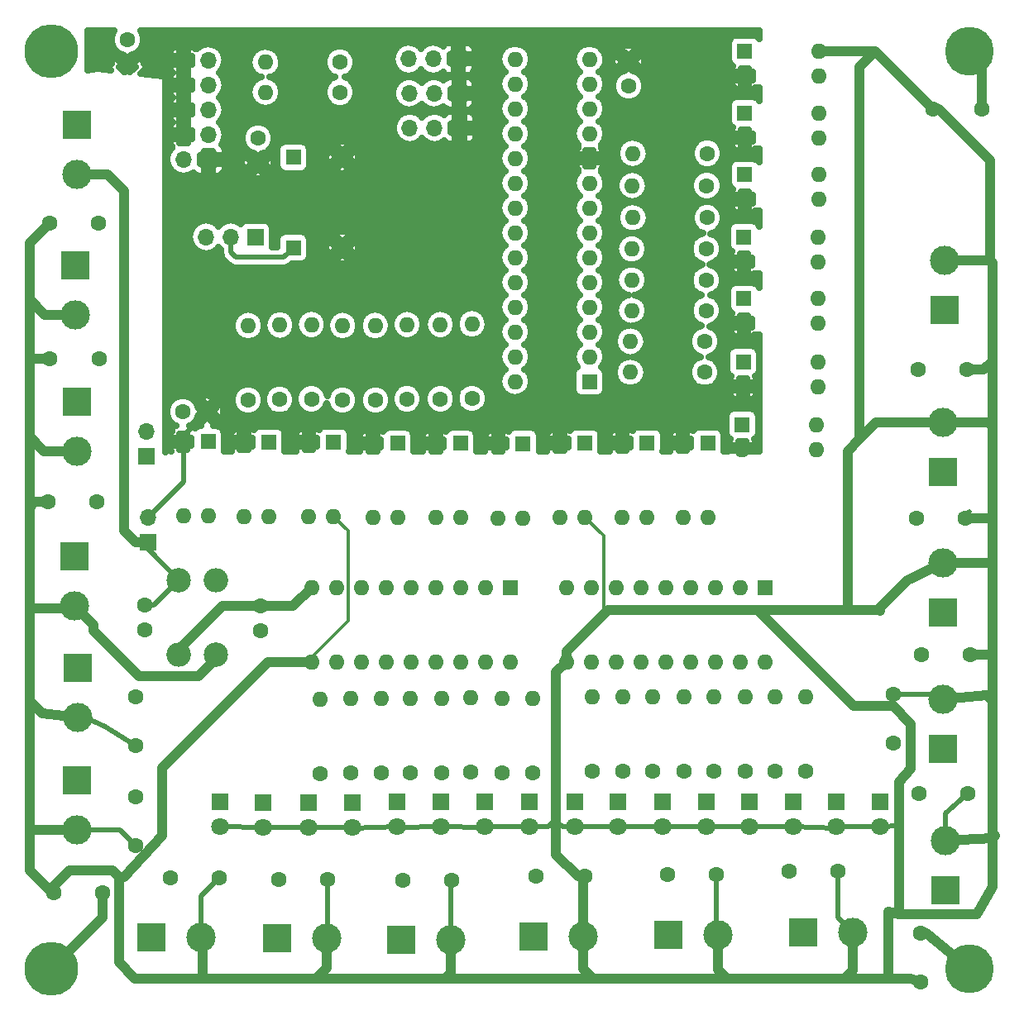
<source format=gbr>
G04 #@! TF.FileFunction,Copper,L1,Top,Signal*
%FSLAX46Y46*%
G04 Gerber Fmt 4.6, Leading zero omitted, Abs format (unit mm)*
G04 Created by KiCad (PCBNEW 4.0.7) date 04/12/19 23:12:48*
%MOMM*%
%LPD*%
G01*
G04 APERTURE LIST*
%ADD10C,0.100000*%
%ADD11C,1.600000*%
%ADD12R,3.000000X3.000000*%
%ADD13C,3.000000*%
%ADD14R,1.600000X1.600000*%
%ADD15O,1.600000X1.600000*%
%ADD16R,1.700000X1.700000*%
%ADD17O,1.700000X1.700000*%
%ADD18C,5.500000*%
%ADD19C,2.500000*%
%ADD20O,2.500000X2.500000*%
%ADD21C,5.000000*%
%ADD22R,1.800000X1.800000*%
%ADD23C,1.800000*%
%ADD24C,0.500000*%
%ADD25C,1.000000*%
%ADD26C,0.350000*%
%ADD27C,0.635000*%
G04 APERTURE END LIST*
D10*
D11*
X140208000Y-117856000D03*
X140208000Y-122856000D03*
D12*
X56337200Y-103708200D03*
D13*
X56337200Y-108788200D03*
D14*
X124993400Y-58318400D03*
D15*
X132613400Y-60858400D03*
X124993400Y-60858400D03*
X132613400Y-58318400D03*
D16*
X95656400Y-52806600D03*
D17*
X93116400Y-52806600D03*
X90576400Y-52806600D03*
D14*
X127038100Y-106946700D03*
D15*
X106718100Y-114566700D03*
X124498100Y-106946700D03*
X109258100Y-114566700D03*
X121958100Y-106946700D03*
X111798100Y-114566700D03*
X119418100Y-106946700D03*
X114338100Y-114566700D03*
X116878100Y-106946700D03*
X116878100Y-114566700D03*
X114338100Y-106946700D03*
X119418100Y-114566700D03*
X111798100Y-106946700D03*
X121958100Y-114566700D03*
X109258100Y-106946700D03*
X124498100Y-114566700D03*
X106718100Y-106946700D03*
X127038100Y-114566700D03*
D14*
X100965000Y-106934000D03*
D15*
X80645000Y-114554000D03*
X98425000Y-106934000D03*
X83185000Y-114554000D03*
X95885000Y-106934000D03*
X85725000Y-114554000D03*
X93345000Y-106934000D03*
X88265000Y-114554000D03*
X90805000Y-106934000D03*
X90805000Y-114554000D03*
X88265000Y-106934000D03*
X93345000Y-114554000D03*
X85725000Y-106934000D03*
X95885000Y-114554000D03*
X83185000Y-106934000D03*
X98425000Y-114554000D03*
X80645000Y-106934000D03*
X100965000Y-114554000D03*
D11*
X63563500Y-111252000D03*
X63563500Y-108752000D03*
D14*
X78790800Y-72123300D03*
D11*
X83790800Y-72123300D03*
D16*
X95707200Y-56311800D03*
D17*
X93167200Y-56311800D03*
X90627200Y-56311800D03*
D16*
X74930000Y-71018400D03*
D17*
X72390000Y-71018400D03*
X69850000Y-71018400D03*
D11*
X83540600Y-56210200D03*
D15*
X75920600Y-56210200D03*
D18*
X54000000Y-52000000D03*
X54000000Y-146000000D03*
D11*
X83540600Y-53136800D03*
D15*
X75920600Y-53136800D03*
D11*
X113080800Y-53073300D03*
X113080800Y-55573300D03*
X75158600Y-63423800D03*
X75158600Y-60923800D03*
D16*
X95783400Y-59855100D03*
D17*
X93243400Y-59855100D03*
X90703400Y-59855100D03*
D14*
X109093000Y-85852000D03*
D15*
X101473000Y-52832000D03*
X109093000Y-83312000D03*
X101473000Y-55372000D03*
X109093000Y-80772000D03*
X101473000Y-57912000D03*
X109093000Y-78232000D03*
X101473000Y-60452000D03*
X109093000Y-75692000D03*
X101473000Y-62992000D03*
X109093000Y-73152000D03*
X101473000Y-65532000D03*
X109093000Y-70612000D03*
X101473000Y-68072000D03*
X109093000Y-68072000D03*
X101473000Y-70612000D03*
X109093000Y-65532000D03*
X101473000Y-73152000D03*
X109093000Y-62992000D03*
X101473000Y-75692000D03*
X109093000Y-60452000D03*
X101473000Y-78232000D03*
X109093000Y-57912000D03*
X101473000Y-80772000D03*
X109093000Y-55372000D03*
X101473000Y-83312000D03*
X109093000Y-52832000D03*
X101473000Y-85852000D03*
D19*
X67056000Y-106172000D03*
D20*
X67056000Y-113792000D03*
D14*
X78790800Y-62865000D03*
D11*
X83790800Y-62865000D03*
D19*
X70866000Y-113792000D03*
D20*
X70866000Y-106172000D03*
D11*
X69961760Y-88905080D03*
X67461760Y-88905080D03*
X75438000Y-108839000D03*
X75438000Y-111339000D03*
X61798200Y-53314600D03*
X61798200Y-50814600D03*
D16*
X70078600Y-63093600D03*
D17*
X67538600Y-63093600D03*
X70078600Y-60553600D03*
X67538600Y-60553600D03*
X70078600Y-58013600D03*
X67538600Y-58013600D03*
X70078600Y-55473600D03*
X67538600Y-55473600D03*
X70078600Y-52933600D03*
X67538600Y-52933600D03*
D12*
X56642000Y-59563000D03*
D13*
X56642000Y-64643000D03*
D16*
X63881000Y-102298500D03*
D17*
X63881000Y-99758500D03*
D16*
X63754000Y-93535500D03*
D17*
X63754000Y-90995500D03*
D11*
X97066100Y-87566500D03*
D15*
X97066100Y-79946500D03*
D11*
X93827600Y-87617300D03*
D15*
X93827600Y-79997300D03*
D11*
X90411300Y-87617300D03*
D15*
X90411300Y-79997300D03*
D11*
X87172800Y-87731600D03*
D15*
X87172800Y-80111600D03*
D11*
X83820000Y-87731600D03*
D15*
X83820000Y-80111600D03*
D11*
X80632300Y-87617300D03*
D15*
X80632300Y-79997300D03*
D11*
X77393800Y-87680800D03*
D15*
X77393800Y-80060800D03*
D11*
X74155300Y-87731600D03*
D15*
X74155300Y-80111600D03*
D14*
X114985800Y-92125800D03*
D15*
X112445800Y-99745800D03*
X112445800Y-92125800D03*
X114985800Y-99745800D03*
D14*
X108623100Y-92125800D03*
D15*
X106083100Y-99745800D03*
X106083100Y-92125800D03*
X108623100Y-99745800D03*
D14*
X102298500Y-92202000D03*
D15*
X99758500Y-99822000D03*
X99758500Y-92202000D03*
X102298500Y-99822000D03*
D14*
X95897700Y-92163900D03*
D15*
X93357700Y-99783900D03*
X93357700Y-92163900D03*
X95897700Y-99783900D03*
D14*
X89458800Y-92163900D03*
D15*
X86918800Y-99783900D03*
X86918800Y-92163900D03*
X89458800Y-99783900D03*
D14*
X82905600Y-92049600D03*
D15*
X80365600Y-99669600D03*
X80365600Y-92049600D03*
X82905600Y-99669600D03*
D14*
X76276200Y-92049600D03*
D15*
X73736200Y-99669600D03*
X73736200Y-92049600D03*
X76276200Y-99669600D03*
D14*
X70065900Y-92011500D03*
D15*
X67525900Y-99631500D03*
X67525900Y-92011500D03*
X70065900Y-99631500D03*
D21*
X148000000Y-52000000D03*
X148000000Y-146000000D03*
D11*
X121145300Y-62471300D03*
D15*
X113525300Y-62471300D03*
D11*
X121094500Y-65773300D03*
D15*
X113474500Y-65773300D03*
D11*
X121145300Y-69062600D03*
D15*
X113525300Y-69062600D03*
D11*
X121031000Y-72250300D03*
D15*
X113411000Y-72250300D03*
D11*
X121031000Y-75438000D03*
D15*
X113411000Y-75438000D03*
D11*
X121031000Y-78562200D03*
D15*
X113411000Y-78562200D03*
D11*
X120891300Y-81724500D03*
D15*
X113271300Y-81724500D03*
D11*
X120891300Y-84886800D03*
D15*
X113271300Y-84886800D03*
D14*
X124993400Y-52009040D03*
D15*
X132613400Y-54549040D03*
X124993400Y-54549040D03*
X132613400Y-52009040D03*
D14*
X124993400Y-64632840D03*
D15*
X132613400Y-67172840D03*
X124993400Y-67172840D03*
X132613400Y-64632840D03*
D14*
X124907040Y-71033640D03*
D15*
X132527040Y-73573640D03*
X124907040Y-73573640D03*
X132527040Y-71033640D03*
D14*
X124907040Y-77343000D03*
D15*
X132527040Y-79883000D03*
X124907040Y-79883000D03*
X132527040Y-77343000D03*
D14*
X124835920Y-83820000D03*
D15*
X132455920Y-86360000D03*
X124835920Y-86360000D03*
X132455920Y-83820000D03*
D14*
X124724160Y-90246200D03*
D15*
X132344160Y-92786200D03*
X124724160Y-92786200D03*
X132344160Y-90246200D03*
D14*
X121196100Y-92125800D03*
D15*
X118656100Y-99745800D03*
X118656100Y-92125800D03*
X121196100Y-99745800D03*
D12*
X89789000Y-143002000D03*
D13*
X94869000Y-143002000D03*
D12*
X77089000Y-142875000D03*
D13*
X82169000Y-142875000D03*
D12*
X64262000Y-142748000D03*
D13*
X69342000Y-142748000D03*
D12*
X56642000Y-126682500D03*
D13*
X56642000Y-131762500D03*
D12*
X56718200Y-115163600D03*
D13*
X56718200Y-120243600D03*
D12*
X56616600Y-87884000D03*
D13*
X56616600Y-92964000D03*
D12*
X56438800Y-73939400D03*
D13*
X56438800Y-79019400D03*
D12*
X145440400Y-78536800D03*
D13*
X145440400Y-73456800D03*
D12*
X145288000Y-95097600D03*
D13*
X145288000Y-90017600D03*
D12*
X145288000Y-109474000D03*
D13*
X145288000Y-104394000D03*
D12*
X145288000Y-123444000D03*
D13*
X145288000Y-118364000D03*
D12*
X145542000Y-137922000D03*
D13*
X145542000Y-132842000D03*
D12*
X130937000Y-142303500D03*
D13*
X136017000Y-142303500D03*
D12*
X117157500Y-142494000D03*
D13*
X122237500Y-142494000D03*
D12*
X103378000Y-142684500D03*
D13*
X108458000Y-142684500D03*
D11*
X144272000Y-57912000D03*
X149272000Y-57912000D03*
X143002000Y-147320000D03*
X143002000Y-142320000D03*
X53873400Y-83489800D03*
X58873400Y-83489800D03*
X53644800Y-98120200D03*
X58644800Y-98120200D03*
X94996000Y-136969500D03*
X89996000Y-136969500D03*
X82296000Y-136842500D03*
X77296000Y-136842500D03*
X71183500Y-136715500D03*
X66183500Y-136715500D03*
X62674500Y-133413500D03*
X62674500Y-128413500D03*
X62674500Y-123126500D03*
X62674500Y-118126500D03*
X53822600Y-69621400D03*
X58822600Y-69621400D03*
X148082000Y-113792000D03*
X143082000Y-113792000D03*
X108648500Y-136525000D03*
X103648500Y-136525000D03*
X147726400Y-84582000D03*
X142726400Y-84582000D03*
X147574000Y-99822000D03*
X142574000Y-99822000D03*
X134493000Y-136017000D03*
X129493000Y-136017000D03*
X122047000Y-136334500D03*
X117047000Y-136334500D03*
X147828000Y-128016000D03*
X142828000Y-128016000D03*
X54254400Y-138226800D03*
X59254400Y-138226800D03*
X103276400Y-125907800D03*
D15*
X103276400Y-118287800D03*
D11*
X100126800Y-125882400D03*
D15*
X100126800Y-118262400D03*
D11*
X96951800Y-125844300D03*
D15*
X96951800Y-118224300D03*
D11*
X93929200Y-125882400D03*
D15*
X93929200Y-118262400D03*
D11*
X90728800Y-125933200D03*
D15*
X90728800Y-118313200D03*
D11*
X87782400Y-125882400D03*
D15*
X87782400Y-118262400D03*
D11*
X84620100Y-125920500D03*
D15*
X84620100Y-118300500D03*
D11*
X81534000Y-126009400D03*
D15*
X81534000Y-118389400D03*
D22*
X71297800Y-128917700D03*
D23*
X71297800Y-131457700D03*
D22*
X75717400Y-128968500D03*
D23*
X75717400Y-131508500D03*
D22*
X80302100Y-128968500D03*
D23*
X80302100Y-131508500D03*
D22*
X84848700Y-128993900D03*
D23*
X84848700Y-131533900D03*
D22*
X89382600Y-128917700D03*
D23*
X89382600Y-131457700D03*
D22*
X93878400Y-128917700D03*
D23*
X93878400Y-131457700D03*
D22*
X98374200Y-128917700D03*
D23*
X98374200Y-131457700D03*
D22*
X102908100Y-128917700D03*
D23*
X102908100Y-131457700D03*
D22*
X107569000Y-128905000D03*
D23*
X107569000Y-131445000D03*
D22*
X112014000Y-128905000D03*
D23*
X112014000Y-131445000D03*
D22*
X116586000Y-128905000D03*
D23*
X116586000Y-131445000D03*
D22*
X121031000Y-128905000D03*
D23*
X121031000Y-131445000D03*
D22*
X125476000Y-128905000D03*
D23*
X125476000Y-131445000D03*
D22*
X129921000Y-128905000D03*
D23*
X129921000Y-131445000D03*
D22*
X134366000Y-128905000D03*
D23*
X134366000Y-131445000D03*
D22*
X138811000Y-128905000D03*
D23*
X138811000Y-131445000D03*
D11*
X131206240Y-125785880D03*
D15*
X131206240Y-118165880D03*
D11*
X128054100Y-125768100D03*
D15*
X128054100Y-118148100D03*
D11*
X125059440Y-125730000D03*
D15*
X125059440Y-118110000D03*
D11*
X121846340Y-125730000D03*
D15*
X121846340Y-118110000D03*
D11*
X118795800Y-125768100D03*
D15*
X118795800Y-118148100D03*
D11*
X115559840Y-125785880D03*
D15*
X115559840Y-118165880D03*
D11*
X112522000Y-125730000D03*
D15*
X112522000Y-118110000D03*
D11*
X109347000Y-125730000D03*
D15*
X109347000Y-118110000D03*
D24*
X67525900Y-92011500D02*
X67525900Y-91340940D01*
X67525900Y-91340940D02*
X69961760Y-88905080D01*
X67525900Y-92011500D02*
X67525900Y-96113600D01*
X67525900Y-96113600D02*
X63881000Y-99758500D01*
D25*
X147574000Y-99822000D02*
X150063200Y-99822000D01*
X150063200Y-99822000D02*
X150317200Y-100076000D01*
X145288000Y-104394000D02*
X150317200Y-104394000D01*
X150368000Y-104267000D02*
X150317200Y-104267000D01*
X150368000Y-104343200D02*
X150368000Y-104267000D01*
X150317200Y-104394000D02*
X150368000Y-104343200D01*
X148082000Y-113792000D02*
X150317200Y-113792000D01*
X150317200Y-113792000D02*
X150368000Y-113792000D01*
X150368000Y-113792000D02*
X150317200Y-113792000D01*
D24*
X138811000Y-131445000D02*
X140822680Y-131318000D01*
X140843000Y-131191000D02*
X140822680Y-131191000D01*
X140843000Y-131297680D02*
X140843000Y-131191000D01*
X140822680Y-131318000D02*
X140843000Y-131297680D01*
X134366000Y-131445000D02*
X138811000Y-131445000D01*
X129921000Y-131445000D02*
X134239000Y-131572000D01*
X134239000Y-131572000D02*
X134366000Y-131445000D01*
X125476000Y-131445000D02*
X129921000Y-131445000D01*
X121031000Y-131445000D02*
X125476000Y-131445000D01*
X116586000Y-131445000D02*
X121031000Y-131445000D01*
X112014000Y-131445000D02*
X116586000Y-131445000D01*
X107569000Y-131445000D02*
X112014000Y-131445000D01*
X107569000Y-131445000D02*
X106299000Y-131445000D01*
X105664000Y-130810000D02*
X105664000Y-130657600D01*
X106299000Y-131445000D02*
X105664000Y-130810000D01*
D25*
X136169400Y-119100600D02*
X140182600Y-119100600D01*
X136169400Y-119100600D02*
X126288800Y-109220000D01*
X140182600Y-119100600D02*
X141986000Y-120904000D01*
X141986000Y-120904000D02*
X141986000Y-125476000D01*
X141986000Y-125476000D02*
X140822680Y-126893320D01*
X140822680Y-126893320D02*
X140822680Y-131191000D01*
X140822680Y-131191000D02*
X140822680Y-140395960D01*
D24*
X140208000Y-117856000D02*
X144780000Y-117856000D01*
X144780000Y-117856000D02*
X145288000Y-118364000D01*
D25*
X145542000Y-132842000D02*
X150317200Y-132588000D01*
X150622000Y-132334000D02*
X150317200Y-132334000D01*
X150571200Y-132334000D02*
X150622000Y-132334000D01*
X150317200Y-132588000D02*
X150571200Y-132334000D01*
D24*
X145542000Y-132842000D02*
X145542000Y-130048000D01*
X145542000Y-130048000D02*
X147828000Y-128016000D01*
X102908100Y-131457700D02*
X104863900Y-131457700D01*
X104863900Y-131457700D02*
X105664000Y-130657600D01*
X105664000Y-130657600D02*
X105664000Y-130657600D01*
D25*
X108648500Y-136525000D02*
X107911900Y-136525000D01*
X107911900Y-136525000D02*
X105664000Y-134277100D01*
X105664000Y-134277100D02*
X105664000Y-130657600D01*
X105664000Y-115620800D02*
X106718100Y-114566700D01*
X105664000Y-130657600D02*
X105664000Y-115620800D01*
X108458000Y-142684500D02*
X108458000Y-136715500D01*
X108458000Y-136715500D02*
X108648500Y-136525000D01*
X138811000Y-109347000D02*
X138811000Y-108953300D01*
X138811000Y-108953300D02*
X141592300Y-106172000D01*
X141592300Y-106172000D02*
X145288000Y-104394000D01*
X135102600Y-109220000D02*
X138684000Y-109220000D01*
X138684000Y-109220000D02*
X138811000Y-109347000D01*
X106718100Y-114566700D02*
X106718100Y-113512600D01*
X106718100Y-113512600D02*
X111010700Y-109220000D01*
X111010700Y-109220000D02*
X126288800Y-109220000D01*
X126288800Y-109220000D02*
X135102600Y-109220000D01*
X135102600Y-109220000D02*
X135509000Y-109220000D01*
X80645000Y-114554000D02*
X76161900Y-114554000D01*
X65341500Y-125374400D02*
X65341500Y-132325088D01*
X76161900Y-114554000D02*
X65341500Y-125374400D01*
D24*
X75717400Y-131508500D02*
X71297800Y-131457700D01*
X80302100Y-131508500D02*
X75755500Y-131546600D01*
X75755500Y-131546600D02*
X75717400Y-131508500D01*
X84848700Y-131533900D02*
X80340200Y-131470400D01*
X80340200Y-131470400D02*
X80302100Y-131508500D01*
X89382600Y-131457700D02*
X84886800Y-131572000D01*
X84886800Y-131572000D02*
X84848700Y-131533900D01*
X93878400Y-131457700D02*
X89420700Y-131495800D01*
X89420700Y-131495800D02*
X89382600Y-131457700D01*
X93878400Y-131457700D02*
X98285300Y-131546600D01*
X98285300Y-131546600D02*
X98374200Y-131457700D01*
X102908100Y-131457700D02*
X98399600Y-131432300D01*
X98399600Y-131432300D02*
X98374200Y-131457700D01*
D25*
X136728200Y-91744800D02*
X136728200Y-53649880D01*
X136728200Y-53649880D02*
X138369040Y-52009040D01*
X138455400Y-90017600D02*
X145288000Y-90017600D01*
X135509000Y-92964000D02*
X136728200Y-91744800D01*
X135509000Y-109220000D02*
X135509000Y-92964000D01*
X136728200Y-91744800D02*
X138455400Y-90017600D01*
X60909200Y-136550400D02*
X61417200Y-136550400D01*
X61417200Y-136550400D02*
X65341500Y-132325088D01*
X70866000Y-113792000D02*
X70866000Y-114198400D01*
X70866000Y-114198400D02*
X69037200Y-116027200D01*
X58293000Y-110744000D02*
X56337200Y-108788200D01*
X58293000Y-111328200D02*
X58293000Y-110744000D01*
X62992000Y-116027200D02*
X58293000Y-111328200D01*
X69037200Y-116027200D02*
X62992000Y-116027200D01*
X69494400Y-147015200D02*
X69494400Y-142900400D01*
X69494400Y-142900400D02*
X69342000Y-142748000D01*
D24*
X69342000Y-142748000D02*
X69342000Y-138557000D01*
X69342000Y-138557000D02*
X71183500Y-136715500D01*
D26*
X80645000Y-114554000D02*
X80645000Y-114096800D01*
X80645000Y-114096800D02*
X84378800Y-110363000D01*
X84378800Y-101142800D02*
X82905600Y-99669600D01*
X84378800Y-110363000D02*
X84378800Y-101142800D01*
X106718100Y-114566700D02*
X106718100Y-113601500D01*
X110540800Y-101663500D02*
X108623100Y-99745800D01*
X110540800Y-109778800D02*
X110540800Y-101663500D01*
X106718100Y-113601500D02*
X110540800Y-109778800D01*
D25*
X132613400Y-52009040D02*
X138369040Y-52009040D01*
X138369040Y-52009040D02*
X144272000Y-57912000D01*
X144272000Y-57912000D02*
X144830800Y-57912000D01*
X144830800Y-57912000D02*
X150114000Y-63195200D01*
X150114000Y-63195200D02*
X150114000Y-73456800D01*
X53873400Y-83489800D02*
X51968400Y-83489800D01*
X51968400Y-83489800D02*
X51765200Y-83286600D01*
X56438800Y-79019400D02*
X53365400Y-79019400D01*
X53365400Y-79019400D02*
X51765200Y-77419200D01*
X51765200Y-84378800D02*
X51765200Y-83286600D01*
X51765200Y-83286600D02*
X51765200Y-77419200D01*
X51765200Y-77419200D02*
X51765200Y-71678800D01*
X51765200Y-71678800D02*
X53822600Y-69621400D01*
X56616600Y-92964000D02*
X53263800Y-92964000D01*
X53263800Y-92964000D02*
X51765200Y-91465400D01*
X53644800Y-98120200D02*
X52349400Y-98120200D01*
X52349400Y-98120200D02*
X51765200Y-98704400D01*
X51765200Y-109067600D02*
X56057800Y-109067600D01*
X56057800Y-109067600D02*
X56337200Y-108788200D01*
X56438800Y-79019400D02*
X56362600Y-79019400D01*
X51765200Y-90525600D02*
X51765200Y-84378800D01*
X51765200Y-84378800D02*
X51765200Y-83947000D01*
X51765200Y-91465400D02*
X51765200Y-90525600D01*
D24*
X56438800Y-79019400D02*
X56438800Y-78689200D01*
D25*
X145288000Y-90017600D02*
X149910800Y-90017600D01*
X149910800Y-90017600D02*
X150317200Y-90424000D01*
X145288000Y-118364000D02*
X149733000Y-117983000D01*
X149733000Y-117983000D02*
X150317200Y-118567200D01*
X147726400Y-84582000D02*
X149453600Y-84582000D01*
X149453600Y-84582000D02*
X150317200Y-83718400D01*
X139649200Y-147015200D02*
X139649200Y-140106400D01*
X150317200Y-137617200D02*
X150317200Y-132334000D01*
X148747480Y-140395960D02*
X150317200Y-137617200D01*
X140822680Y-140395960D02*
X148747480Y-140395960D01*
X139649200Y-140106400D02*
X140822680Y-140395960D01*
X150317200Y-118567200D02*
X150317200Y-113792000D01*
X150317200Y-113792000D02*
X150317200Y-106172000D01*
X150317200Y-106172000D02*
X150317200Y-104267000D01*
X150317200Y-104267000D02*
X150317200Y-100076000D01*
X150114000Y-73456800D02*
X145440400Y-73456800D01*
X150317200Y-73660000D02*
X150114000Y-73456800D01*
X150317200Y-100076000D02*
X150317200Y-90424000D01*
X150317200Y-90424000D02*
X150317200Y-83718400D01*
X150317200Y-83718400D02*
X150317200Y-73660000D01*
D24*
X82296000Y-136842500D02*
X82296000Y-142748000D01*
D25*
X82169000Y-142875000D02*
X82169000Y-145923000D01*
X82169000Y-145923000D02*
X81076800Y-147015200D01*
X94869000Y-143002000D02*
X94869000Y-146431000D01*
X94869000Y-146431000D02*
X94284800Y-147015200D01*
X108458000Y-142684500D02*
X108458000Y-145999200D01*
X108458000Y-145999200D02*
X109474000Y-147015200D01*
X122237500Y-142494000D02*
X122237500Y-146113500D01*
X122237500Y-146113500D02*
X123139200Y-147015200D01*
X136017000Y-142303500D02*
X136017000Y-146177000D01*
X136017000Y-146177000D02*
X135178800Y-147015200D01*
X54254400Y-138226800D02*
X54254400Y-137515600D01*
X54254400Y-137515600D02*
X55880000Y-135890000D01*
X55880000Y-135890000D02*
X60248800Y-135890000D01*
X60248800Y-135890000D02*
X60909200Y-136550400D01*
X60909200Y-136550400D02*
X60909200Y-145338800D01*
X60909200Y-145338800D02*
X62585600Y-147015200D01*
X62585600Y-147015200D02*
X69494400Y-147015200D01*
X69494400Y-147015200D02*
X81076800Y-147015200D01*
X81076800Y-147015200D02*
X85166200Y-147015200D01*
X85166200Y-147015200D02*
X94284800Y-147015200D01*
X94284800Y-147015200D02*
X109474000Y-147015200D01*
X109474000Y-147015200D02*
X112903000Y-147015200D01*
X112903000Y-147015200D02*
X123139200Y-147015200D01*
X123139200Y-147015200D02*
X135178800Y-147015200D01*
X141935200Y-147015200D02*
X143002000Y-147320000D01*
X135178800Y-147015200D02*
X139649200Y-147015200D01*
X139649200Y-147015200D02*
X141935200Y-147015200D01*
X56642000Y-131762500D02*
X52057300Y-131762500D01*
X52057300Y-131762500D02*
X51765200Y-131470400D01*
X56718200Y-120243600D02*
X53035200Y-119786400D01*
X53035200Y-119786400D02*
X51765200Y-118516400D01*
X53644800Y-98120200D02*
X52933600Y-98120200D01*
X54254400Y-138226800D02*
X54051200Y-138226800D01*
X54051200Y-138226800D02*
X51765200Y-135940800D01*
X51765200Y-135940800D02*
X51765200Y-131470400D01*
X51765200Y-131470400D02*
X51765200Y-118516400D01*
X51765200Y-118516400D02*
X51765200Y-109067600D01*
X51765200Y-109067600D02*
X51765200Y-106527600D01*
X51765200Y-106527600D02*
X51765200Y-98704400D01*
X51765200Y-98704400D02*
X51765200Y-95910400D01*
X51765200Y-95910400D02*
X51765200Y-91465400D01*
D24*
X147574000Y-99822000D02*
X147574000Y-99568000D01*
X147574000Y-99568000D02*
X147980400Y-99161600D01*
X134493000Y-136017000D02*
X134493000Y-140779500D01*
X134493000Y-140779500D02*
X136017000Y-142303500D01*
X122047000Y-136334500D02*
X122047000Y-142303500D01*
X122047000Y-142303500D02*
X122237500Y-142494000D01*
X108648500Y-142494000D02*
X108458000Y-142684500D01*
X56718200Y-120243600D02*
X57480200Y-120243600D01*
X57480200Y-120243600D02*
X59499500Y-121158000D01*
X59499500Y-121158000D02*
X62674500Y-123126500D01*
X62674500Y-133413500D02*
X62674500Y-133921500D01*
X56642000Y-131762500D02*
X61023500Y-131762500D01*
X61023500Y-131762500D02*
X62674500Y-133413500D01*
X82296000Y-142748000D02*
X82169000Y-142875000D01*
X94869000Y-143002000D02*
X94869000Y-137096500D01*
X94869000Y-137096500D02*
X94996000Y-136969500D01*
D25*
X150317200Y-132334000D02*
X150317200Y-129692400D01*
X150317200Y-129692400D02*
X150317200Y-118567200D01*
X59254400Y-138226800D02*
X59254400Y-140745600D01*
X59254400Y-140745600D02*
X54000000Y-146000000D01*
X75438000Y-108839000D02*
X78740000Y-108839000D01*
X78740000Y-108839000D02*
X80645000Y-106934000D01*
X67056000Y-113792000D02*
X67056000Y-113334800D01*
X67056000Y-113334800D02*
X71551800Y-108839000D01*
X71551800Y-108839000D02*
X75438000Y-108839000D01*
D24*
X67056000Y-113792000D02*
X67056000Y-113411000D01*
X106718100Y-106946700D02*
X106718100Y-107276900D01*
D25*
X56642000Y-64643000D02*
X59766200Y-64643000D01*
X62623700Y-102298500D02*
X63881000Y-102298500D01*
X61417200Y-101092000D02*
X62623700Y-102298500D01*
X61417200Y-66294000D02*
X61417200Y-101092000D01*
X59766200Y-64643000D02*
X61417200Y-66294000D01*
D24*
X63881000Y-102298500D02*
X63881000Y-102997000D01*
X63881000Y-102997000D02*
X67056000Y-106172000D01*
X63563500Y-108752000D02*
X64476000Y-108752000D01*
X64476000Y-108752000D02*
X67056000Y-106172000D01*
X66802000Y-105918000D02*
X67056000Y-106172000D01*
X72390000Y-71018400D02*
X72390000Y-72618600D01*
X77800200Y-73113900D02*
X78790800Y-72123300D01*
X72885300Y-73113900D02*
X77800200Y-73113900D01*
X72390000Y-72618600D02*
X72885300Y-73113900D01*
D25*
X149272000Y-57912000D02*
X149272000Y-53272000D01*
X149272000Y-53272000D02*
X148000000Y-52000000D01*
X143002000Y-142320000D02*
X143558000Y-142320000D01*
X143558000Y-142320000D02*
X148000000Y-146000000D01*
D27*
G36*
X60427750Y-49897163D02*
X60180981Y-50491448D01*
X60180420Y-51134929D01*
X60426150Y-51729643D01*
X60880763Y-52185050D01*
X61475048Y-52431819D01*
X61481109Y-52431824D01*
X61798200Y-52748915D01*
X62114738Y-52432377D01*
X62118529Y-52432380D01*
X62534998Y-52260299D01*
X66004336Y-52260299D01*
X66132292Y-52508600D01*
X67113600Y-52508600D01*
X67113600Y-51519243D01*
X66865294Y-51399307D01*
X66329398Y-51773761D01*
X66004336Y-52260299D01*
X62534998Y-52260299D01*
X62713243Y-52186650D01*
X63168650Y-51732037D01*
X63415419Y-51137752D01*
X63415980Y-50494271D01*
X63170250Y-49899557D01*
X63163205Y-49892500D01*
X126479300Y-49892500D01*
X126479300Y-50765278D01*
X126390870Y-50627854D01*
X126117684Y-50441194D01*
X125793400Y-50375525D01*
X124193400Y-50375525D01*
X123890453Y-50432528D01*
X123612214Y-50611570D01*
X123425554Y-50884756D01*
X123359885Y-51209040D01*
X123359885Y-52809040D01*
X123416888Y-53111987D01*
X123595930Y-53390226D01*
X123767247Y-53507282D01*
X123499855Y-53907500D01*
X123631814Y-54149040D01*
X124593400Y-54149040D01*
X124593400Y-53749040D01*
X125393400Y-53749040D01*
X125393400Y-54149040D01*
X125793400Y-54149040D01*
X125793400Y-54949040D01*
X125393400Y-54949040D01*
X125393400Y-55918209D01*
X125634945Y-56042613D01*
X126087636Y-55731542D01*
X126479300Y-55731542D01*
X126479300Y-57074638D01*
X126390870Y-56937214D01*
X126117684Y-56750554D01*
X125793400Y-56684885D01*
X124193400Y-56684885D01*
X123890453Y-56741888D01*
X123612214Y-56920930D01*
X123425554Y-57194116D01*
X123359885Y-57518400D01*
X123359885Y-59118400D01*
X123416888Y-59421347D01*
X123595930Y-59699586D01*
X123767247Y-59816642D01*
X123499855Y-60216860D01*
X123631814Y-60458400D01*
X124593400Y-60458400D01*
X124593400Y-60058400D01*
X125393400Y-60058400D01*
X125393400Y-60458400D01*
X125793400Y-60458400D01*
X125793400Y-61258400D01*
X125393400Y-61258400D01*
X125393400Y-62227569D01*
X125634945Y-62351973D01*
X126087636Y-62040902D01*
X126479300Y-62040902D01*
X126479300Y-63389078D01*
X126390870Y-63251654D01*
X126117684Y-63064994D01*
X125793400Y-62999325D01*
X124193400Y-62999325D01*
X123890453Y-63056328D01*
X123612214Y-63235370D01*
X123425554Y-63508556D01*
X123359885Y-63832840D01*
X123359885Y-65432840D01*
X123416888Y-65735787D01*
X123595930Y-66014026D01*
X123767247Y-66131082D01*
X123499855Y-66531300D01*
X123631814Y-66772840D01*
X124593400Y-66772840D01*
X124593400Y-66372840D01*
X125393400Y-66372840D01*
X125393400Y-66772840D01*
X125793400Y-66772840D01*
X125793400Y-67572840D01*
X125393400Y-67572840D01*
X125393400Y-68542009D01*
X125634945Y-68666413D01*
X126087636Y-68355342D01*
X126479300Y-68355342D01*
X126479300Y-69924085D01*
X126304510Y-69652454D01*
X126031324Y-69465794D01*
X125707040Y-69400125D01*
X124107040Y-69400125D01*
X123804093Y-69457128D01*
X123525854Y-69636170D01*
X123339194Y-69909356D01*
X123273525Y-70233640D01*
X123273525Y-71833640D01*
X123330528Y-72136587D01*
X123509570Y-72414826D01*
X123680887Y-72531882D01*
X123413495Y-72932100D01*
X123545454Y-73173640D01*
X124507040Y-73173640D01*
X124507040Y-72773640D01*
X125307040Y-72773640D01*
X125307040Y-73173640D01*
X125707040Y-73173640D01*
X125707040Y-73973640D01*
X125307040Y-73973640D01*
X125307040Y-74942809D01*
X125548585Y-75067213D01*
X126001276Y-74756142D01*
X126479300Y-74756142D01*
X126479300Y-76233445D01*
X126304510Y-75961814D01*
X126031324Y-75775154D01*
X125707040Y-75709485D01*
X124107040Y-75709485D01*
X123804093Y-75766488D01*
X123525854Y-75945530D01*
X123339194Y-76218716D01*
X123273525Y-76543000D01*
X123273525Y-78143000D01*
X123330528Y-78445947D01*
X123509570Y-78724186D01*
X123680887Y-78841242D01*
X123413495Y-79241460D01*
X123545454Y-79483000D01*
X124507040Y-79483000D01*
X124507040Y-79083000D01*
X125307040Y-79083000D01*
X125307040Y-79483000D01*
X125707040Y-79483000D01*
X125707040Y-80283000D01*
X125307040Y-80283000D01*
X125307040Y-81252169D01*
X125548585Y-81376573D01*
X126001276Y-81065502D01*
X126479300Y-81065502D01*
X126479300Y-92946453D01*
X123448810Y-92900536D01*
X123324920Y-92923677D01*
X123219794Y-92993194D01*
X123213870Y-93002100D01*
X122814164Y-93002100D01*
X122829615Y-92925800D01*
X122829615Y-91325800D01*
X122772612Y-91022853D01*
X122593570Y-90744614D01*
X122320384Y-90557954D01*
X121996100Y-90492285D01*
X120396100Y-90492285D01*
X120093153Y-90549288D01*
X119814914Y-90728330D01*
X119697858Y-90899647D01*
X119297640Y-90632255D01*
X119056100Y-90764214D01*
X119056100Y-91725800D01*
X119456100Y-91725800D01*
X119456100Y-92525800D01*
X119056100Y-92525800D01*
X119056100Y-92925800D01*
X118256100Y-92925800D01*
X118256100Y-92525800D01*
X117286931Y-92525800D01*
X117162527Y-92767345D01*
X117323841Y-93002100D01*
X116603864Y-93002100D01*
X116619315Y-92925800D01*
X116619315Y-91484255D01*
X117162527Y-91484255D01*
X117286931Y-91725800D01*
X118256100Y-91725800D01*
X118256100Y-90764214D01*
X118014560Y-90632255D01*
X117521727Y-90961524D01*
X117162527Y-91484255D01*
X116619315Y-91484255D01*
X116619315Y-91325800D01*
X116562312Y-91022853D01*
X116383270Y-90744614D01*
X116110084Y-90557954D01*
X115785800Y-90492285D01*
X114185800Y-90492285D01*
X113882853Y-90549288D01*
X113604614Y-90728330D01*
X113487558Y-90899647D01*
X113087340Y-90632255D01*
X112845800Y-90764214D01*
X112845800Y-91725800D01*
X113245800Y-91725800D01*
X113245800Y-92525800D01*
X112845800Y-92525800D01*
X112845800Y-92925800D01*
X112045800Y-92925800D01*
X112045800Y-92525800D01*
X111076631Y-92525800D01*
X110952227Y-92767345D01*
X111113541Y-93002100D01*
X110241164Y-93002100D01*
X110256615Y-92925800D01*
X110256615Y-91484255D01*
X110952227Y-91484255D01*
X111076631Y-91725800D01*
X112045800Y-91725800D01*
X112045800Y-90764214D01*
X111804260Y-90632255D01*
X111311427Y-90961524D01*
X110952227Y-91484255D01*
X110256615Y-91484255D01*
X110256615Y-91325800D01*
X110199612Y-91022853D01*
X110020570Y-90744614D01*
X109747384Y-90557954D01*
X109423100Y-90492285D01*
X107823100Y-90492285D01*
X107520153Y-90549288D01*
X107241914Y-90728330D01*
X107124858Y-90899647D01*
X106724640Y-90632255D01*
X106483100Y-90764214D01*
X106483100Y-91725800D01*
X106883100Y-91725800D01*
X106883100Y-92525800D01*
X106483100Y-92525800D01*
X106483100Y-92925800D01*
X105683100Y-92925800D01*
X105683100Y-92525800D01*
X104713931Y-92525800D01*
X104589527Y-92767345D01*
X104750841Y-93002100D01*
X103931995Y-93002100D01*
X103932015Y-93002000D01*
X103932015Y-91484255D01*
X104589527Y-91484255D01*
X104713931Y-91725800D01*
X105683100Y-91725800D01*
X105683100Y-90764214D01*
X105441560Y-90632255D01*
X104948727Y-90961524D01*
X104589527Y-91484255D01*
X103932015Y-91484255D01*
X103932015Y-91402000D01*
X103875012Y-91099053D01*
X103695970Y-90820814D01*
X103422784Y-90634154D01*
X103098500Y-90568485D01*
X101498500Y-90568485D01*
X101195553Y-90625488D01*
X100917314Y-90804530D01*
X100800258Y-90975847D01*
X100400040Y-90708455D01*
X100158500Y-90840414D01*
X100158500Y-91802000D01*
X100558500Y-91802000D01*
X100558500Y-92602000D01*
X100158500Y-92602000D01*
X100158500Y-93002000D01*
X99358500Y-93002000D01*
X99358500Y-92602000D01*
X98389331Y-92602000D01*
X98264927Y-92843545D01*
X98373880Y-93002100D01*
X97523479Y-93002100D01*
X97531215Y-92963900D01*
X97531215Y-91560455D01*
X98264927Y-91560455D01*
X98389331Y-91802000D01*
X99358500Y-91802000D01*
X99358500Y-90840414D01*
X99116960Y-90708455D01*
X98624127Y-91037724D01*
X98264927Y-91560455D01*
X97531215Y-91560455D01*
X97531215Y-91363900D01*
X97474212Y-91060953D01*
X97295170Y-90782714D01*
X97021984Y-90596054D01*
X96697700Y-90530385D01*
X95097700Y-90530385D01*
X94794753Y-90587388D01*
X94516514Y-90766430D01*
X94399458Y-90937747D01*
X93999240Y-90670355D01*
X93757700Y-90802314D01*
X93757700Y-91763900D01*
X94157700Y-91763900D01*
X94157700Y-92563900D01*
X93757700Y-92563900D01*
X93757700Y-92963900D01*
X92957700Y-92963900D01*
X92957700Y-92563900D01*
X91988531Y-92563900D01*
X91864127Y-92805445D01*
X91999261Y-93002100D01*
X91084579Y-93002100D01*
X91092315Y-92963900D01*
X91092315Y-91522355D01*
X91864127Y-91522355D01*
X91988531Y-91763900D01*
X92957700Y-91763900D01*
X92957700Y-90802314D01*
X92716160Y-90670355D01*
X92223327Y-90999624D01*
X91864127Y-91522355D01*
X91092315Y-91522355D01*
X91092315Y-91363900D01*
X91035312Y-91060953D01*
X90856270Y-90782714D01*
X90583084Y-90596054D01*
X90258800Y-90530385D01*
X88658800Y-90530385D01*
X88355853Y-90587388D01*
X88077614Y-90766430D01*
X87960558Y-90937747D01*
X87560340Y-90670355D01*
X87318800Y-90802314D01*
X87318800Y-91763900D01*
X87718800Y-91763900D01*
X87718800Y-92563900D01*
X87318800Y-92563900D01*
X87318800Y-92963900D01*
X86518800Y-92963900D01*
X86518800Y-92563900D01*
X85549631Y-92563900D01*
X85425227Y-92805445D01*
X85560361Y-93002100D01*
X84508233Y-93002100D01*
X84539115Y-92849600D01*
X84539115Y-91522355D01*
X85425227Y-91522355D01*
X85549631Y-91763900D01*
X86518800Y-91763900D01*
X86518800Y-90802314D01*
X86277260Y-90670355D01*
X85784427Y-90999624D01*
X85425227Y-91522355D01*
X84539115Y-91522355D01*
X84539115Y-91249600D01*
X84482112Y-90946653D01*
X84303070Y-90668414D01*
X84029884Y-90481754D01*
X83705600Y-90416085D01*
X82105600Y-90416085D01*
X81802653Y-90473088D01*
X81524414Y-90652130D01*
X81407358Y-90823447D01*
X81007140Y-90556055D01*
X80765600Y-90688014D01*
X80765600Y-91649600D01*
X81165600Y-91649600D01*
X81165600Y-92449600D01*
X80765600Y-92449600D01*
X80765600Y-92849600D01*
X79965600Y-92849600D01*
X79965600Y-92449600D01*
X78996431Y-92449600D01*
X78872027Y-92691145D01*
X79085703Y-93002100D01*
X77878833Y-93002100D01*
X77909715Y-92849600D01*
X77909715Y-91408055D01*
X78872027Y-91408055D01*
X78996431Y-91649600D01*
X79965600Y-91649600D01*
X79965600Y-90688014D01*
X79724060Y-90556055D01*
X79231227Y-90885324D01*
X78872027Y-91408055D01*
X77909715Y-91408055D01*
X77909715Y-91249600D01*
X77852712Y-90946653D01*
X77673670Y-90668414D01*
X77400484Y-90481754D01*
X77076200Y-90416085D01*
X75476200Y-90416085D01*
X75173253Y-90473088D01*
X74895014Y-90652130D01*
X74777958Y-90823447D01*
X74377740Y-90556055D01*
X74136200Y-90688014D01*
X74136200Y-91649600D01*
X74536200Y-91649600D01*
X74536200Y-92449600D01*
X74136200Y-92449600D01*
X74136200Y-92849600D01*
X73336200Y-92849600D01*
X73336200Y-92449600D01*
X72367031Y-92449600D01*
X72242627Y-92691145D01*
X72456303Y-93002100D01*
X71660818Y-93002100D01*
X71699415Y-92811500D01*
X71699415Y-91408055D01*
X72242627Y-91408055D01*
X72367031Y-91649600D01*
X73336200Y-91649600D01*
X73336200Y-90688014D01*
X73094660Y-90556055D01*
X72601827Y-90885324D01*
X72242627Y-91408055D01*
X71699415Y-91408055D01*
X71699415Y-91211500D01*
X71642412Y-90908553D01*
X71463370Y-90630314D01*
X71190184Y-90443654D01*
X70865900Y-90377985D01*
X70602884Y-90377985D01*
X70665151Y-90174156D01*
X69961760Y-89470765D01*
X69258369Y-90174156D01*
X69320636Y-90377985D01*
X69265900Y-90377985D01*
X68962953Y-90434988D01*
X68708402Y-90598787D01*
X68708402Y-90386000D01*
X68113317Y-90386000D01*
X68376803Y-90277130D01*
X68832210Y-89822517D01*
X69078979Y-89228232D01*
X69078984Y-89222171D01*
X69396075Y-88905080D01*
X70527445Y-88905080D01*
X71230836Y-89608471D01*
X71498058Y-89526838D01*
X71513416Y-89446200D01*
X123090645Y-89446200D01*
X123090645Y-91046200D01*
X123147648Y-91349147D01*
X123326690Y-91627386D01*
X123498007Y-91744442D01*
X123230615Y-92144660D01*
X123362574Y-92386200D01*
X124324160Y-92386200D01*
X124324160Y-91986200D01*
X125124160Y-91986200D01*
X125124160Y-92386200D01*
X126085746Y-92386200D01*
X126217705Y-92144660D01*
X125949841Y-91743735D01*
X126105346Y-91643670D01*
X126292006Y-91370484D01*
X126357675Y-91046200D01*
X126357675Y-89446200D01*
X126300672Y-89143253D01*
X126121630Y-88865014D01*
X125848444Y-88678354D01*
X125524160Y-88612685D01*
X123924160Y-88612685D01*
X123621213Y-88669688D01*
X123342974Y-88848730D01*
X123156314Y-89121916D01*
X123090645Y-89446200D01*
X71513416Y-89446200D01*
X71619050Y-88891594D01*
X71498058Y-88283322D01*
X71230836Y-88201689D01*
X70527445Y-88905080D01*
X69396075Y-88905080D01*
X69079537Y-88588542D01*
X69079540Y-88584751D01*
X68833810Y-87990037D01*
X68480395Y-87636004D01*
X69258369Y-87636004D01*
X69961760Y-88339395D01*
X70249226Y-88051929D01*
X72537520Y-88051929D01*
X72783250Y-88646643D01*
X73237863Y-89102050D01*
X73832148Y-89348819D01*
X74475629Y-89349380D01*
X75070343Y-89103650D01*
X75525750Y-88649037D01*
X75772519Y-88054752D01*
X75772565Y-88001129D01*
X75776020Y-88001129D01*
X76021750Y-88595843D01*
X76476363Y-89051250D01*
X77070648Y-89298019D01*
X77714129Y-89298580D01*
X78308843Y-89052850D01*
X78764250Y-88598237D01*
X79011019Y-88003952D01*
X79011076Y-87937629D01*
X79014520Y-87937629D01*
X79260250Y-88532343D01*
X79714863Y-88987750D01*
X80309148Y-89234519D01*
X80952629Y-89235080D01*
X81547343Y-88989350D01*
X82002750Y-88534737D01*
X82202724Y-88053148D01*
X82447950Y-88646643D01*
X82902563Y-89102050D01*
X83496848Y-89348819D01*
X84140329Y-89349380D01*
X84735043Y-89103650D01*
X85190450Y-88649037D01*
X85437219Y-88054752D01*
X85437221Y-88051929D01*
X85555020Y-88051929D01*
X85800750Y-88646643D01*
X86255363Y-89102050D01*
X86849648Y-89348819D01*
X87493129Y-89349380D01*
X88087843Y-89103650D01*
X88543250Y-88649037D01*
X88790019Y-88054752D01*
X88790121Y-87937629D01*
X88793520Y-87937629D01*
X89039250Y-88532343D01*
X89493863Y-88987750D01*
X90088148Y-89234519D01*
X90731629Y-89235080D01*
X91326343Y-88989350D01*
X91781750Y-88534737D01*
X92028519Y-87940452D01*
X92028521Y-87937629D01*
X92209820Y-87937629D01*
X92455550Y-88532343D01*
X92910163Y-88987750D01*
X93504448Y-89234519D01*
X94147929Y-89235080D01*
X94742643Y-88989350D01*
X95198050Y-88534737D01*
X95444819Y-87940452D01*
X95444865Y-87886829D01*
X95448320Y-87886829D01*
X95694050Y-88481543D01*
X96148663Y-88936950D01*
X96742948Y-89183719D01*
X97386429Y-89184280D01*
X97981143Y-88938550D01*
X98436550Y-88483937D01*
X98683319Y-87889652D01*
X98683880Y-87246171D01*
X98438150Y-86651457D01*
X97983537Y-86196050D01*
X97389252Y-85949281D01*
X96745771Y-85948720D01*
X96151057Y-86194450D01*
X95695650Y-86649063D01*
X95448881Y-87243348D01*
X95448320Y-87886829D01*
X95444865Y-87886829D01*
X95445380Y-87296971D01*
X95199650Y-86702257D01*
X94745037Y-86246850D01*
X94150752Y-86000081D01*
X93507271Y-85999520D01*
X92912557Y-86245250D01*
X92457150Y-86699863D01*
X92210381Y-87294148D01*
X92209820Y-87937629D01*
X92028521Y-87937629D01*
X92029080Y-87296971D01*
X91783350Y-86702257D01*
X91328737Y-86246850D01*
X90734452Y-86000081D01*
X90090971Y-85999520D01*
X89496257Y-86245250D01*
X89040850Y-86699863D01*
X88794081Y-87294148D01*
X88793520Y-87937629D01*
X88790121Y-87937629D01*
X88790580Y-87411271D01*
X88544850Y-86816557D01*
X88090237Y-86361150D01*
X87495952Y-86114381D01*
X86852471Y-86113820D01*
X86257757Y-86359550D01*
X85802350Y-86814163D01*
X85555581Y-87408448D01*
X85555020Y-88051929D01*
X85437221Y-88051929D01*
X85437780Y-87411271D01*
X85192050Y-86816557D01*
X84737437Y-86361150D01*
X84143152Y-86114381D01*
X83499671Y-86113820D01*
X82904957Y-86359550D01*
X82449550Y-86814163D01*
X82249576Y-87295752D01*
X82004350Y-86702257D01*
X81549737Y-86246850D01*
X80955452Y-86000081D01*
X80311971Y-85999520D01*
X79717257Y-86245250D01*
X79261850Y-86699863D01*
X79015081Y-87294148D01*
X79014520Y-87937629D01*
X79011076Y-87937629D01*
X79011580Y-87360471D01*
X78765850Y-86765757D01*
X78311237Y-86310350D01*
X77716952Y-86063581D01*
X77073471Y-86063020D01*
X76478757Y-86308750D01*
X76023350Y-86763363D01*
X75776581Y-87357648D01*
X75776020Y-88001129D01*
X75772565Y-88001129D01*
X75773080Y-87411271D01*
X75527350Y-86816557D01*
X75072737Y-86361150D01*
X74478452Y-86114381D01*
X73834971Y-86113820D01*
X73240257Y-86359550D01*
X72784850Y-86814163D01*
X72538081Y-87408448D01*
X72537520Y-88051929D01*
X70249226Y-88051929D01*
X70665151Y-87636004D01*
X70583518Y-87368782D01*
X69948274Y-87247790D01*
X69340002Y-87368782D01*
X69258369Y-87636004D01*
X68480395Y-87636004D01*
X68379197Y-87534630D01*
X67784912Y-87287861D01*
X67141431Y-87287300D01*
X66546717Y-87533030D01*
X66091310Y-87987643D01*
X65844541Y-88581928D01*
X65843980Y-89225409D01*
X66089710Y-89820123D01*
X66544323Y-90275530D01*
X66810364Y-90386000D01*
X66343398Y-90386000D01*
X66343398Y-90917264D01*
X66032327Y-91369955D01*
X66156731Y-91611500D01*
X67125900Y-91611500D01*
X67125900Y-91211500D01*
X67925900Y-91211500D01*
X67925900Y-91611500D01*
X68325900Y-91611500D01*
X68325900Y-92411500D01*
X67925900Y-92411500D01*
X67925900Y-92811500D01*
X67125900Y-92811500D01*
X67125900Y-92411500D01*
X66156731Y-92411500D01*
X66032327Y-92653045D01*
X66272184Y-93002100D01*
X66266209Y-93002100D01*
X66246365Y-92976712D01*
X66136232Y-92915435D01*
X66010935Y-92901833D01*
X65890218Y-92938050D01*
X65796090Y-93014741D01*
X65722500Y-93103049D01*
X65722500Y-80079911D01*
X72537800Y-80079911D01*
X72537800Y-80143289D01*
X72660925Y-80762279D01*
X73011555Y-81287034D01*
X73536310Y-81637664D01*
X74155300Y-81760789D01*
X74774290Y-81637664D01*
X75299045Y-81287034D01*
X75649675Y-80762279D01*
X75772800Y-80143289D01*
X75772800Y-80079911D01*
X75762696Y-80029111D01*
X75776300Y-80029111D01*
X75776300Y-80092489D01*
X75899425Y-80711479D01*
X76250055Y-81236234D01*
X76774810Y-81586864D01*
X77393800Y-81709989D01*
X78012790Y-81586864D01*
X78537545Y-81236234D01*
X78888175Y-80711479D01*
X79011300Y-80092489D01*
X79011300Y-80029111D01*
X78998670Y-79965611D01*
X79014800Y-79965611D01*
X79014800Y-80028989D01*
X79137925Y-80647979D01*
X79488555Y-81172734D01*
X80013310Y-81523364D01*
X80632300Y-81646489D01*
X81251290Y-81523364D01*
X81776045Y-81172734D01*
X82126675Y-80647979D01*
X82214782Y-80205035D01*
X82325625Y-80762279D01*
X82676255Y-81287034D01*
X83201010Y-81637664D01*
X83820000Y-81760789D01*
X84438990Y-81637664D01*
X84963745Y-81287034D01*
X85314375Y-80762279D01*
X85437500Y-80143289D01*
X85437500Y-80079911D01*
X85555300Y-80079911D01*
X85555300Y-80143289D01*
X85678425Y-80762279D01*
X86029055Y-81287034D01*
X86553810Y-81637664D01*
X87172800Y-81760789D01*
X87791790Y-81637664D01*
X88316545Y-81287034D01*
X88667175Y-80762279D01*
X88790300Y-80143289D01*
X88790300Y-80079911D01*
X88767565Y-79965611D01*
X88793800Y-79965611D01*
X88793800Y-80028989D01*
X88916925Y-80647979D01*
X89267555Y-81172734D01*
X89792310Y-81523364D01*
X90411300Y-81646489D01*
X91030290Y-81523364D01*
X91555045Y-81172734D01*
X91905675Y-80647979D01*
X92028800Y-80028989D01*
X92028800Y-79965611D01*
X92210100Y-79965611D01*
X92210100Y-80028989D01*
X92333225Y-80647979D01*
X92683855Y-81172734D01*
X93208610Y-81523364D01*
X93827600Y-81646489D01*
X94446590Y-81523364D01*
X94971345Y-81172734D01*
X95321975Y-80647979D01*
X95445100Y-80028989D01*
X95445100Y-79965611D01*
X95434996Y-79914811D01*
X95448600Y-79914811D01*
X95448600Y-79978189D01*
X95571725Y-80597179D01*
X95922355Y-81121934D01*
X96447110Y-81472564D01*
X97066100Y-81595689D01*
X97685090Y-81472564D01*
X98209845Y-81121934D01*
X98560475Y-80597179D01*
X98683600Y-79978189D01*
X98683600Y-79914811D01*
X98560475Y-79295821D01*
X98209845Y-78771066D01*
X97685090Y-78420436D01*
X97066100Y-78297311D01*
X96447110Y-78420436D01*
X95922355Y-78771066D01*
X95571725Y-79295821D01*
X95448600Y-79914811D01*
X95434996Y-79914811D01*
X95321975Y-79346621D01*
X94971345Y-78821866D01*
X94446590Y-78471236D01*
X93827600Y-78348111D01*
X93208610Y-78471236D01*
X92683855Y-78821866D01*
X92333225Y-79346621D01*
X92210100Y-79965611D01*
X92028800Y-79965611D01*
X91905675Y-79346621D01*
X91555045Y-78821866D01*
X91030290Y-78471236D01*
X90411300Y-78348111D01*
X89792310Y-78471236D01*
X89267555Y-78821866D01*
X88916925Y-79346621D01*
X88793800Y-79965611D01*
X88767565Y-79965611D01*
X88667175Y-79460921D01*
X88316545Y-78936166D01*
X87791790Y-78585536D01*
X87172800Y-78462411D01*
X86553810Y-78585536D01*
X86029055Y-78936166D01*
X85678425Y-79460921D01*
X85555300Y-80079911D01*
X85437500Y-80079911D01*
X85314375Y-79460921D01*
X84963745Y-78936166D01*
X84438990Y-78585536D01*
X83820000Y-78462411D01*
X83201010Y-78585536D01*
X82676255Y-78936166D01*
X82325625Y-79460921D01*
X82237518Y-79903865D01*
X82126675Y-79346621D01*
X81776045Y-78821866D01*
X81251290Y-78471236D01*
X80632300Y-78348111D01*
X80013310Y-78471236D01*
X79488555Y-78821866D01*
X79137925Y-79346621D01*
X79014800Y-79965611D01*
X78998670Y-79965611D01*
X78888175Y-79410121D01*
X78537545Y-78885366D01*
X78012790Y-78534736D01*
X77393800Y-78411611D01*
X76774810Y-78534736D01*
X76250055Y-78885366D01*
X75899425Y-79410121D01*
X75776300Y-80029111D01*
X75762696Y-80029111D01*
X75649675Y-79460921D01*
X75299045Y-78936166D01*
X74774290Y-78585536D01*
X74155300Y-78462411D01*
X73536310Y-78585536D01*
X73011555Y-78936166D01*
X72660925Y-79460921D01*
X72537800Y-80079911D01*
X65722500Y-80079911D01*
X65722500Y-70985732D01*
X68182500Y-70985732D01*
X68182500Y-71051068D01*
X68309431Y-71689193D01*
X68670899Y-72230169D01*
X69211875Y-72591637D01*
X69850000Y-72718568D01*
X70488125Y-72591637D01*
X71029101Y-72230169D01*
X71120000Y-72094129D01*
X71210899Y-72230169D01*
X71322500Y-72304738D01*
X71322500Y-72618600D01*
X71403759Y-73027115D01*
X71536815Y-73226247D01*
X71635164Y-73373436D01*
X72130464Y-73868737D01*
X72287463Y-73973640D01*
X72476785Y-74100141D01*
X72885300Y-74181400D01*
X77800200Y-74181400D01*
X78208715Y-74100141D01*
X78555036Y-73868736D01*
X78666957Y-73756815D01*
X79590800Y-73756815D01*
X79893747Y-73699812D01*
X80171986Y-73520770D01*
X80259713Y-73392376D01*
X83087409Y-73392376D01*
X83169042Y-73659598D01*
X83804286Y-73780590D01*
X84412558Y-73659598D01*
X84494191Y-73392376D01*
X83790800Y-72688985D01*
X83087409Y-73392376D01*
X80259713Y-73392376D01*
X80358646Y-73247584D01*
X80424315Y-72923300D01*
X80424315Y-72136786D01*
X82133510Y-72136786D01*
X82254502Y-72745058D01*
X82521724Y-72826691D01*
X83225115Y-72123300D01*
X84356485Y-72123300D01*
X85059876Y-72826691D01*
X85327098Y-72745058D01*
X85448090Y-72109814D01*
X85327098Y-71501542D01*
X85059876Y-71419909D01*
X84356485Y-72123300D01*
X83225115Y-72123300D01*
X82521724Y-71419909D01*
X82254502Y-71501542D01*
X82133510Y-72136786D01*
X80424315Y-72136786D01*
X80424315Y-71323300D01*
X80367312Y-71020353D01*
X80260411Y-70854224D01*
X83087409Y-70854224D01*
X83790800Y-71557615D01*
X84494191Y-70854224D01*
X84412558Y-70587002D01*
X83777314Y-70466010D01*
X83169042Y-70587002D01*
X83087409Y-70854224D01*
X80260411Y-70854224D01*
X80188270Y-70742114D01*
X79915084Y-70555454D01*
X79590800Y-70489785D01*
X77990800Y-70489785D01*
X77687853Y-70546788D01*
X77409614Y-70725830D01*
X77222954Y-70999016D01*
X77157285Y-71323300D01*
X77157285Y-72046400D01*
X76577469Y-72046400D01*
X76613515Y-71868400D01*
X76613515Y-70168400D01*
X76556512Y-69865453D01*
X76377470Y-69587214D01*
X76104284Y-69400554D01*
X75780000Y-69334885D01*
X74080000Y-69334885D01*
X73777053Y-69391888D01*
X73498814Y-69570930D01*
X73410277Y-69700508D01*
X73028125Y-69445163D01*
X72390000Y-69318232D01*
X71751875Y-69445163D01*
X71210899Y-69806631D01*
X71120000Y-69942671D01*
X71029101Y-69806631D01*
X70488125Y-69445163D01*
X69850000Y-69318232D01*
X69211875Y-69445163D01*
X68670899Y-69806631D01*
X68309431Y-70347607D01*
X68182500Y-70985732D01*
X65722500Y-70985732D01*
X65722500Y-63093600D01*
X65838432Y-63093600D01*
X65965363Y-63731725D01*
X66326831Y-64272701D01*
X66867807Y-64634169D01*
X67505932Y-64761100D01*
X67571268Y-64761100D01*
X68209393Y-64634169D01*
X68534504Y-64416937D01*
X68760992Y-64643425D01*
X69064398Y-64769100D01*
X69447225Y-64769100D01*
X69653600Y-64562725D01*
X69653600Y-63518600D01*
X70503600Y-63518600D01*
X70503600Y-64562725D01*
X70709975Y-64769100D01*
X71092802Y-64769100D01*
X71276822Y-64692876D01*
X74455209Y-64692876D01*
X74536842Y-64960098D01*
X75172086Y-65081090D01*
X75780358Y-64960098D01*
X75861991Y-64692876D01*
X75158600Y-63989485D01*
X74455209Y-64692876D01*
X71276822Y-64692876D01*
X71396208Y-64643425D01*
X71628425Y-64411208D01*
X71754100Y-64107802D01*
X71754100Y-63724975D01*
X71547725Y-63518600D01*
X70503600Y-63518600D01*
X69653600Y-63518600D01*
X69228600Y-63518600D01*
X69228600Y-63437286D01*
X73501310Y-63437286D01*
X73622302Y-64045558D01*
X73889524Y-64127191D01*
X74592915Y-63423800D01*
X75724285Y-63423800D01*
X76427676Y-64127191D01*
X76694898Y-64045558D01*
X76815890Y-63410314D01*
X76694898Y-62802042D01*
X76427676Y-62720409D01*
X75724285Y-63423800D01*
X74592915Y-63423800D01*
X73889524Y-62720409D01*
X73622302Y-62802042D01*
X73501310Y-63437286D01*
X69228600Y-63437286D01*
X69228600Y-63144718D01*
X69238768Y-63093600D01*
X69228600Y-63042482D01*
X69228600Y-62668600D01*
X69653600Y-62668600D01*
X69653600Y-62243600D01*
X70503600Y-62243600D01*
X70503600Y-62668600D01*
X71547725Y-62668600D01*
X71754100Y-62462225D01*
X71754100Y-62079398D01*
X71628425Y-61775992D01*
X71408435Y-61556002D01*
X71616821Y-61244129D01*
X73540820Y-61244129D01*
X73786550Y-61838843D01*
X74241163Y-62294250D01*
X74835448Y-62541019D01*
X74841509Y-62541024D01*
X75158600Y-62858115D01*
X75475138Y-62541577D01*
X75478929Y-62541580D01*
X76073643Y-62295850D01*
X76304896Y-62065000D01*
X77157285Y-62065000D01*
X77157285Y-63665000D01*
X77214288Y-63967947D01*
X77393330Y-64246186D01*
X77666516Y-64432846D01*
X77990800Y-64498515D01*
X79590800Y-64498515D01*
X79893747Y-64441512D01*
X80171986Y-64262470D01*
X80259713Y-64134076D01*
X83087409Y-64134076D01*
X83169042Y-64401298D01*
X83804286Y-64522290D01*
X84412558Y-64401298D01*
X84494191Y-64134076D01*
X83790800Y-63430685D01*
X83087409Y-64134076D01*
X80259713Y-64134076D01*
X80358646Y-63989284D01*
X80424315Y-63665000D01*
X80424315Y-62878486D01*
X82133510Y-62878486D01*
X82254502Y-63486758D01*
X82521724Y-63568391D01*
X83225115Y-62865000D01*
X84356485Y-62865000D01*
X85059876Y-63568391D01*
X85327098Y-63486758D01*
X85448090Y-62851514D01*
X85327098Y-62243242D01*
X85059876Y-62161609D01*
X84356485Y-62865000D01*
X83225115Y-62865000D01*
X82521724Y-62161609D01*
X82254502Y-62243242D01*
X82133510Y-62878486D01*
X80424315Y-62878486D01*
X80424315Y-62065000D01*
X80367312Y-61762053D01*
X80260411Y-61595924D01*
X83087409Y-61595924D01*
X83790800Y-62299315D01*
X84494191Y-61595924D01*
X84412558Y-61328702D01*
X83777314Y-61207710D01*
X83169042Y-61328702D01*
X83087409Y-61595924D01*
X80260411Y-61595924D01*
X80188270Y-61483814D01*
X79915084Y-61297154D01*
X79590800Y-61231485D01*
X77990800Y-61231485D01*
X77687853Y-61288488D01*
X77409614Y-61467530D01*
X77222954Y-61740716D01*
X77157285Y-62065000D01*
X76304896Y-62065000D01*
X76529050Y-61841237D01*
X76775819Y-61246952D01*
X76776380Y-60603471D01*
X76530650Y-60008757D01*
X76344650Y-59822432D01*
X89035900Y-59822432D01*
X89035900Y-59887768D01*
X89162831Y-60525893D01*
X89524299Y-61066869D01*
X90065275Y-61428337D01*
X90703400Y-61555268D01*
X91341525Y-61428337D01*
X91882501Y-61066869D01*
X91973400Y-60930829D01*
X92064299Y-61066869D01*
X92605275Y-61428337D01*
X93243400Y-61555268D01*
X93881525Y-61428337D01*
X94245802Y-61184935D01*
X94465792Y-61404925D01*
X94769198Y-61530600D01*
X95152025Y-61530600D01*
X95358400Y-61324225D01*
X95358400Y-60280100D01*
X96208400Y-60280100D01*
X96208400Y-61324225D01*
X96414775Y-61530600D01*
X96797602Y-61530600D01*
X97101008Y-61404925D01*
X97333225Y-61172708D01*
X97458900Y-60869302D01*
X97458900Y-60486475D01*
X97252525Y-60280100D01*
X96208400Y-60280100D01*
X95358400Y-60280100D01*
X94933400Y-60280100D01*
X94933400Y-59430100D01*
X95358400Y-59430100D01*
X95358400Y-58385975D01*
X96208400Y-58385975D01*
X96208400Y-59430100D01*
X97252525Y-59430100D01*
X97458900Y-59223725D01*
X97458900Y-58840898D01*
X97333225Y-58537492D01*
X97101008Y-58305275D01*
X96797602Y-58179600D01*
X96414775Y-58179600D01*
X96208400Y-58385975D01*
X95358400Y-58385975D01*
X95152025Y-58179600D01*
X94769198Y-58179600D01*
X94465792Y-58305275D01*
X94245802Y-58525265D01*
X93881525Y-58281863D01*
X93243400Y-58154932D01*
X92605275Y-58281863D01*
X92064299Y-58643331D01*
X91973400Y-58779371D01*
X91882501Y-58643331D01*
X91341525Y-58281863D01*
X90703400Y-58154932D01*
X90065275Y-58281863D01*
X89524299Y-58643331D01*
X89162831Y-59184307D01*
X89035900Y-59822432D01*
X76344650Y-59822432D01*
X76076037Y-59553350D01*
X75481752Y-59306581D01*
X74838271Y-59306020D01*
X74243557Y-59551750D01*
X73788150Y-60006363D01*
X73541381Y-60600648D01*
X73540820Y-61244129D01*
X71616821Y-61244129D01*
X71651837Y-61191725D01*
X71778768Y-60553600D01*
X71651837Y-59915475D01*
X71290369Y-59374499D01*
X71154329Y-59283600D01*
X71290369Y-59192701D01*
X71651837Y-58651725D01*
X71778768Y-58013600D01*
X71651837Y-57375475D01*
X71290369Y-56834499D01*
X71154329Y-56743600D01*
X71290369Y-56652701D01*
X71651837Y-56111725D01*
X71778768Y-55473600D01*
X71651837Y-54835475D01*
X71290369Y-54294499D01*
X71154329Y-54203600D01*
X71290369Y-54112701D01*
X71651837Y-53571725D01*
X71738348Y-53136800D01*
X74271411Y-53136800D01*
X74394536Y-53755790D01*
X74745166Y-54280545D01*
X75269921Y-54631175D01*
X75482703Y-54673500D01*
X75269921Y-54715825D01*
X74745166Y-55066455D01*
X74394536Y-55591210D01*
X74271411Y-56210200D01*
X74394536Y-56829190D01*
X74745166Y-57353945D01*
X75269921Y-57704575D01*
X75888911Y-57827700D01*
X75952289Y-57827700D01*
X76571279Y-57704575D01*
X77096034Y-57353945D01*
X77446664Y-56829190D01*
X77569789Y-56210200D01*
X77446664Y-55591210D01*
X77096034Y-55066455D01*
X76571279Y-54715825D01*
X76358497Y-54673500D01*
X76571279Y-54631175D01*
X77096034Y-54280545D01*
X77446664Y-53755790D01*
X77506071Y-53457129D01*
X81922820Y-53457129D01*
X82168550Y-54051843D01*
X82623163Y-54507250D01*
X83023789Y-54673605D01*
X82625557Y-54838150D01*
X82170150Y-55292763D01*
X81923381Y-55887048D01*
X81922820Y-56530529D01*
X82168550Y-57125243D01*
X82623163Y-57580650D01*
X83217448Y-57827419D01*
X83860929Y-57827980D01*
X84455643Y-57582250D01*
X84911050Y-57127637D01*
X85157819Y-56533352D01*
X85158040Y-56279132D01*
X88959700Y-56279132D01*
X88959700Y-56344468D01*
X89086631Y-56982593D01*
X89448099Y-57523569D01*
X89989075Y-57885037D01*
X90627200Y-58011968D01*
X91265325Y-57885037D01*
X91806301Y-57523569D01*
X91897200Y-57387529D01*
X91988099Y-57523569D01*
X92529075Y-57885037D01*
X93167200Y-58011968D01*
X93805325Y-57885037D01*
X94169602Y-57641635D01*
X94389592Y-57861625D01*
X94692998Y-57987300D01*
X95075825Y-57987300D01*
X95282200Y-57780925D01*
X95282200Y-56736800D01*
X96132200Y-56736800D01*
X96132200Y-57780925D01*
X96338575Y-57987300D01*
X96721402Y-57987300D01*
X97024808Y-57861625D01*
X97257025Y-57629408D01*
X97382700Y-57326002D01*
X97382700Y-56943175D01*
X97176325Y-56736800D01*
X96132200Y-56736800D01*
X95282200Y-56736800D01*
X94857200Y-56736800D01*
X94857200Y-55886800D01*
X95282200Y-55886800D01*
X95282200Y-54842675D01*
X96132200Y-54842675D01*
X96132200Y-55886800D01*
X97176325Y-55886800D01*
X97382700Y-55680425D01*
X97382700Y-55297598D01*
X97257025Y-54994192D01*
X97024808Y-54761975D01*
X96721402Y-54636300D01*
X96338575Y-54636300D01*
X96132200Y-54842675D01*
X95282200Y-54842675D01*
X95075825Y-54636300D01*
X94692998Y-54636300D01*
X94389592Y-54761975D01*
X94169602Y-54981965D01*
X93805325Y-54738563D01*
X93167200Y-54611632D01*
X92529075Y-54738563D01*
X91988099Y-55100031D01*
X91897200Y-55236071D01*
X91806301Y-55100031D01*
X91265325Y-54738563D01*
X90627200Y-54611632D01*
X89989075Y-54738563D01*
X89448099Y-55100031D01*
X89086631Y-55641007D01*
X88959700Y-56279132D01*
X85158040Y-56279132D01*
X85158380Y-55889871D01*
X84912650Y-55295157D01*
X84458037Y-54839750D01*
X84057411Y-54673395D01*
X84455643Y-54508850D01*
X84911050Y-54054237D01*
X85157819Y-53459952D01*
X85158380Y-52816471D01*
X85140804Y-52773932D01*
X88908900Y-52773932D01*
X88908900Y-52839268D01*
X89035831Y-53477393D01*
X89397299Y-54018369D01*
X89938275Y-54379837D01*
X90576400Y-54506768D01*
X91214525Y-54379837D01*
X91755501Y-54018369D01*
X91846400Y-53882329D01*
X91937299Y-54018369D01*
X92478275Y-54379837D01*
X93116400Y-54506768D01*
X93754525Y-54379837D01*
X94118802Y-54136435D01*
X94338792Y-54356425D01*
X94642198Y-54482100D01*
X95025025Y-54482100D01*
X95231400Y-54275725D01*
X95231400Y-53231600D01*
X96081400Y-53231600D01*
X96081400Y-54275725D01*
X96287775Y-54482100D01*
X96670602Y-54482100D01*
X96974008Y-54356425D01*
X97206225Y-54124208D01*
X97331900Y-53820802D01*
X97331900Y-53437975D01*
X97125525Y-53231600D01*
X96081400Y-53231600D01*
X95231400Y-53231600D01*
X94806400Y-53231600D01*
X94806400Y-52832000D01*
X99823811Y-52832000D01*
X99946936Y-53450990D01*
X100297566Y-53975745D01*
X100486520Y-54102000D01*
X100297566Y-54228255D01*
X99946936Y-54753010D01*
X99823811Y-55372000D01*
X99946936Y-55990990D01*
X100297566Y-56515745D01*
X100486520Y-56642000D01*
X100297566Y-56768255D01*
X99946936Y-57293010D01*
X99823811Y-57912000D01*
X99946936Y-58530990D01*
X100297566Y-59055745D01*
X100486520Y-59182000D01*
X100297566Y-59308255D01*
X99946936Y-59833010D01*
X99823811Y-60452000D01*
X99946936Y-61070990D01*
X100297566Y-61595745D01*
X100486520Y-61722000D01*
X100297566Y-61848255D01*
X99946936Y-62373010D01*
X99823811Y-62992000D01*
X99946936Y-63610990D01*
X100297566Y-64135745D01*
X100486520Y-64262000D01*
X100297566Y-64388255D01*
X99946936Y-64913010D01*
X99823811Y-65532000D01*
X99946936Y-66150990D01*
X100297566Y-66675745D01*
X100486520Y-66802000D01*
X100297566Y-66928255D01*
X99946936Y-67453010D01*
X99823811Y-68072000D01*
X99946936Y-68690990D01*
X100297566Y-69215745D01*
X100486520Y-69342000D01*
X100297566Y-69468255D01*
X99946936Y-69993010D01*
X99823811Y-70612000D01*
X99946936Y-71230990D01*
X100297566Y-71755745D01*
X100486520Y-71882000D01*
X100297566Y-72008255D01*
X99946936Y-72533010D01*
X99823811Y-73152000D01*
X99946936Y-73770990D01*
X100297566Y-74295745D01*
X100486520Y-74422000D01*
X100297566Y-74548255D01*
X99946936Y-75073010D01*
X99823811Y-75692000D01*
X99946936Y-76310990D01*
X100297566Y-76835745D01*
X100486520Y-76962000D01*
X100297566Y-77088255D01*
X99946936Y-77613010D01*
X99823811Y-78232000D01*
X99946936Y-78850990D01*
X100297566Y-79375745D01*
X100486520Y-79502000D01*
X100297566Y-79628255D01*
X99946936Y-80153010D01*
X99823811Y-80772000D01*
X99946936Y-81390990D01*
X100297566Y-81915745D01*
X100486520Y-82042000D01*
X100297566Y-82168255D01*
X99946936Y-82693010D01*
X99823811Y-83312000D01*
X99946936Y-83930990D01*
X100297566Y-84455745D01*
X100486520Y-84582000D01*
X100297566Y-84708255D01*
X99946936Y-85233010D01*
X99823811Y-85852000D01*
X99946936Y-86470990D01*
X100297566Y-86995745D01*
X100822321Y-87346375D01*
X101441311Y-87469500D01*
X101504689Y-87469500D01*
X102123679Y-87346375D01*
X102648434Y-86995745D01*
X102999064Y-86470990D01*
X103122189Y-85852000D01*
X102999064Y-85233010D01*
X102648434Y-84708255D01*
X102459480Y-84582000D01*
X102648434Y-84455745D01*
X102999064Y-83930990D01*
X103122189Y-83312000D01*
X102999064Y-82693010D01*
X102648434Y-82168255D01*
X102459480Y-82042000D01*
X102648434Y-81915745D01*
X102999064Y-81390990D01*
X103122189Y-80772000D01*
X102999064Y-80153010D01*
X102648434Y-79628255D01*
X102459480Y-79502000D01*
X102648434Y-79375745D01*
X102999064Y-78850990D01*
X103122189Y-78232000D01*
X102999064Y-77613010D01*
X102648434Y-77088255D01*
X102459480Y-76962000D01*
X102648434Y-76835745D01*
X102999064Y-76310990D01*
X103122189Y-75692000D01*
X102999064Y-75073010D01*
X102648434Y-74548255D01*
X102459480Y-74422000D01*
X102648434Y-74295745D01*
X102999064Y-73770990D01*
X103122189Y-73152000D01*
X102999064Y-72533010D01*
X102648434Y-72008255D01*
X102459480Y-71882000D01*
X102648434Y-71755745D01*
X102999064Y-71230990D01*
X103122189Y-70612000D01*
X102999064Y-69993010D01*
X102648434Y-69468255D01*
X102459480Y-69342000D01*
X102648434Y-69215745D01*
X102999064Y-68690990D01*
X103122189Y-68072000D01*
X102999064Y-67453010D01*
X102648434Y-66928255D01*
X102459480Y-66802000D01*
X102648434Y-66675745D01*
X102999064Y-66150990D01*
X103122189Y-65532000D01*
X107443811Y-65532000D01*
X107566936Y-66150990D01*
X107917566Y-66675745D01*
X108106520Y-66802000D01*
X107917566Y-66928255D01*
X107566936Y-67453010D01*
X107443811Y-68072000D01*
X107566936Y-68690990D01*
X107917566Y-69215745D01*
X108106520Y-69342000D01*
X107917566Y-69468255D01*
X107566936Y-69993010D01*
X107443811Y-70612000D01*
X107566936Y-71230990D01*
X107917566Y-71755745D01*
X108106520Y-71882000D01*
X107917566Y-72008255D01*
X107566936Y-72533010D01*
X107443811Y-73152000D01*
X107566936Y-73770990D01*
X107917566Y-74295745D01*
X108106520Y-74422000D01*
X107917566Y-74548255D01*
X107566936Y-75073010D01*
X107443811Y-75692000D01*
X107566936Y-76310990D01*
X107917566Y-76835745D01*
X108106520Y-76962000D01*
X107917566Y-77088255D01*
X107566936Y-77613010D01*
X107443811Y-78232000D01*
X107566936Y-78850990D01*
X107917566Y-79375745D01*
X108106520Y-79502000D01*
X107917566Y-79628255D01*
X107566936Y-80153010D01*
X107443811Y-80772000D01*
X107566936Y-81390990D01*
X107917566Y-81915745D01*
X108106520Y-82042000D01*
X107917566Y-82168255D01*
X107566936Y-82693010D01*
X107443811Y-83312000D01*
X107566936Y-83930990D01*
X107855133Y-84362307D01*
X107711814Y-84454530D01*
X107525154Y-84727716D01*
X107459485Y-85052000D01*
X107459485Y-86652000D01*
X107516488Y-86954947D01*
X107695530Y-87233186D01*
X107968716Y-87419846D01*
X108293000Y-87485515D01*
X109893000Y-87485515D01*
X110195947Y-87428512D01*
X110474186Y-87249470D01*
X110643589Y-87001540D01*
X123342375Y-87001540D01*
X123671644Y-87494373D01*
X124194375Y-87853573D01*
X124435920Y-87729169D01*
X124435920Y-86760000D01*
X125235920Y-86760000D01*
X125235920Y-87729169D01*
X125477465Y-87853573D01*
X126000196Y-87494373D01*
X126329465Y-87001540D01*
X126197506Y-86760000D01*
X125235920Y-86760000D01*
X124435920Y-86760000D01*
X123474334Y-86760000D01*
X123342375Y-87001540D01*
X110643589Y-87001540D01*
X110660846Y-86976284D01*
X110726515Y-86652000D01*
X110726515Y-85052000D01*
X110669512Y-84749053D01*
X110490470Y-84470814D01*
X110331117Y-84361933D01*
X110619064Y-83930990D01*
X110742189Y-83312000D01*
X110619064Y-82693010D01*
X110268434Y-82168255D01*
X110079480Y-82042000D01*
X110268434Y-81915745D01*
X110396219Y-81724500D01*
X111622111Y-81724500D01*
X111745236Y-82343490D01*
X112095866Y-82868245D01*
X112620621Y-83218875D01*
X113056868Y-83305650D01*
X112620621Y-83392425D01*
X112095866Y-83743055D01*
X111745236Y-84267810D01*
X111622111Y-84886800D01*
X111745236Y-85505790D01*
X112095866Y-86030545D01*
X112620621Y-86381175D01*
X113239611Y-86504300D01*
X113302989Y-86504300D01*
X113921979Y-86381175D01*
X114446734Y-86030545D01*
X114797364Y-85505790D01*
X114920489Y-84886800D01*
X114797364Y-84267810D01*
X114446734Y-83743055D01*
X113921979Y-83392425D01*
X113485732Y-83305650D01*
X113921979Y-83218875D01*
X114446734Y-82868245D01*
X114797364Y-82343490D01*
X114856771Y-82044829D01*
X119273520Y-82044829D01*
X119519250Y-82639543D01*
X119973863Y-83094950D01*
X120481801Y-83305864D01*
X119976257Y-83514750D01*
X119520850Y-83969363D01*
X119274081Y-84563648D01*
X119273520Y-85207129D01*
X119519250Y-85801843D01*
X119973863Y-86257250D01*
X120568148Y-86504019D01*
X121211629Y-86504580D01*
X121806343Y-86258850D01*
X122261750Y-85804237D01*
X122508519Y-85209952D01*
X122509080Y-84566471D01*
X122263350Y-83971757D01*
X121808737Y-83516350D01*
X121300799Y-83305436D01*
X121806343Y-83096550D01*
X121883026Y-83020000D01*
X123202405Y-83020000D01*
X123202405Y-84620000D01*
X123259408Y-84922947D01*
X123438450Y-85201186D01*
X123609767Y-85318242D01*
X123342375Y-85718460D01*
X123474334Y-85960000D01*
X124435920Y-85960000D01*
X124435920Y-85560000D01*
X125235920Y-85560000D01*
X125235920Y-85960000D01*
X126197506Y-85960000D01*
X126329465Y-85718460D01*
X126061601Y-85317535D01*
X126217106Y-85217470D01*
X126403766Y-84944284D01*
X126469435Y-84620000D01*
X126469435Y-83020000D01*
X126412432Y-82717053D01*
X126233390Y-82438814D01*
X125960204Y-82252154D01*
X125635920Y-82186485D01*
X124035920Y-82186485D01*
X123732973Y-82243488D01*
X123454734Y-82422530D01*
X123268074Y-82695716D01*
X123202405Y-83020000D01*
X121883026Y-83020000D01*
X122261750Y-82641937D01*
X122508519Y-82047652D01*
X122509080Y-81404171D01*
X122263350Y-80809457D01*
X121978930Y-80524540D01*
X123413495Y-80524540D01*
X123742764Y-81017373D01*
X124265495Y-81376573D01*
X124507040Y-81252169D01*
X124507040Y-80283000D01*
X123545454Y-80283000D01*
X123413495Y-80524540D01*
X121978930Y-80524540D01*
X121808737Y-80354050D01*
X121370477Y-80172068D01*
X121946043Y-79934250D01*
X122401450Y-79479637D01*
X122648219Y-78885352D01*
X122648780Y-78241871D01*
X122403050Y-77647157D01*
X121948437Y-77191750D01*
X121486490Y-76999933D01*
X121946043Y-76810050D01*
X122401450Y-76355437D01*
X122648219Y-75761152D01*
X122648780Y-75117671D01*
X122403050Y-74522957D01*
X122095810Y-74215180D01*
X123413495Y-74215180D01*
X123742764Y-74708013D01*
X124265495Y-75067213D01*
X124507040Y-74942809D01*
X124507040Y-73973640D01*
X123545454Y-73973640D01*
X123413495Y-74215180D01*
X122095810Y-74215180D01*
X121948437Y-74067550D01*
X121409839Y-73843904D01*
X121946043Y-73622350D01*
X122401450Y-73167737D01*
X122648219Y-72573452D01*
X122648780Y-71929971D01*
X122403050Y-71335257D01*
X121948437Y-70879850D01*
X121466848Y-70679876D01*
X122060343Y-70434650D01*
X122515750Y-69980037D01*
X122762519Y-69385752D01*
X122763080Y-68742271D01*
X122517350Y-68147557D01*
X122184754Y-67814380D01*
X123499855Y-67814380D01*
X123829124Y-68307213D01*
X124351855Y-68666413D01*
X124593400Y-68542009D01*
X124593400Y-67572840D01*
X123631814Y-67572840D01*
X123499855Y-67814380D01*
X122184754Y-67814380D01*
X122062737Y-67692150D01*
X121468452Y-67445381D01*
X120824971Y-67444820D01*
X120230257Y-67690550D01*
X119774850Y-68145163D01*
X119528081Y-68739448D01*
X119527520Y-69382929D01*
X119773250Y-69977643D01*
X120227863Y-70433050D01*
X120709452Y-70633024D01*
X120115957Y-70878250D01*
X119660550Y-71332863D01*
X119413781Y-71927148D01*
X119413220Y-72570629D01*
X119658950Y-73165343D01*
X120113563Y-73620750D01*
X120652161Y-73844396D01*
X120115957Y-74065950D01*
X119660550Y-74520563D01*
X119413781Y-75114848D01*
X119413220Y-75758329D01*
X119658950Y-76353043D01*
X120113563Y-76808450D01*
X120575510Y-77000267D01*
X120115957Y-77190150D01*
X119660550Y-77644763D01*
X119413781Y-78239048D01*
X119413220Y-78882529D01*
X119658950Y-79477243D01*
X120113563Y-79932650D01*
X120551823Y-80114632D01*
X119976257Y-80352450D01*
X119520850Y-80807063D01*
X119274081Y-81401348D01*
X119273520Y-82044829D01*
X114856771Y-82044829D01*
X114920489Y-81724500D01*
X114797364Y-81105510D01*
X114446734Y-80580755D01*
X113921979Y-80230125D01*
X113555582Y-80157244D01*
X114061679Y-80056575D01*
X114586434Y-79705945D01*
X114937064Y-79181190D01*
X115060189Y-78562200D01*
X114937064Y-77943210D01*
X114586434Y-77418455D01*
X114061679Y-77067825D01*
X113721203Y-77000100D01*
X114061679Y-76932375D01*
X114586434Y-76581745D01*
X114937064Y-76056990D01*
X115060189Y-75438000D01*
X114937064Y-74819010D01*
X114586434Y-74294255D01*
X114061679Y-73943625D01*
X113561585Y-73844150D01*
X114061679Y-73744675D01*
X114586434Y-73394045D01*
X114937064Y-72869290D01*
X115060189Y-72250300D01*
X114937064Y-71631310D01*
X114586434Y-71106555D01*
X114061679Y-70755925D01*
X113618735Y-70667818D01*
X114175979Y-70556975D01*
X114700734Y-70206345D01*
X115051364Y-69681590D01*
X115174489Y-69062600D01*
X115051364Y-68443610D01*
X114700734Y-67918855D01*
X114175979Y-67568225D01*
X113556989Y-67445100D01*
X113493611Y-67445100D01*
X112874621Y-67568225D01*
X112349866Y-67918855D01*
X111999236Y-68443610D01*
X111876111Y-69062600D01*
X111999236Y-69681590D01*
X112349866Y-70206345D01*
X112874621Y-70556975D01*
X113317565Y-70645082D01*
X112760321Y-70755925D01*
X112235566Y-71106555D01*
X111884936Y-71631310D01*
X111761811Y-72250300D01*
X111884936Y-72869290D01*
X112235566Y-73394045D01*
X112760321Y-73744675D01*
X113260415Y-73844150D01*
X112760321Y-73943625D01*
X112235566Y-74294255D01*
X111884936Y-74819010D01*
X111761811Y-75438000D01*
X111884936Y-76056990D01*
X112235566Y-76581745D01*
X112760321Y-76932375D01*
X113100797Y-77000100D01*
X112760321Y-77067825D01*
X112235566Y-77418455D01*
X111884936Y-77943210D01*
X111761811Y-78562200D01*
X111884936Y-79181190D01*
X112235566Y-79705945D01*
X112760321Y-80056575D01*
X113126718Y-80129456D01*
X112620621Y-80230125D01*
X112095866Y-80580755D01*
X111745236Y-81105510D01*
X111622111Y-81724500D01*
X110396219Y-81724500D01*
X110619064Y-81390990D01*
X110742189Y-80772000D01*
X110619064Y-80153010D01*
X110268434Y-79628255D01*
X110079480Y-79502000D01*
X110268434Y-79375745D01*
X110619064Y-78850990D01*
X110742189Y-78232000D01*
X110619064Y-77613010D01*
X110268434Y-77088255D01*
X110079480Y-76962000D01*
X110268434Y-76835745D01*
X110619064Y-76310990D01*
X110742189Y-75692000D01*
X110619064Y-75073010D01*
X110268434Y-74548255D01*
X110079480Y-74422000D01*
X110268434Y-74295745D01*
X110619064Y-73770990D01*
X110742189Y-73152000D01*
X110619064Y-72533010D01*
X110268434Y-72008255D01*
X110079480Y-71882000D01*
X110268434Y-71755745D01*
X110619064Y-71230990D01*
X110742189Y-70612000D01*
X110619064Y-69993010D01*
X110268434Y-69468255D01*
X110079480Y-69342000D01*
X110268434Y-69215745D01*
X110619064Y-68690990D01*
X110742189Y-68072000D01*
X110619064Y-67453010D01*
X110268434Y-66928255D01*
X110079480Y-66802000D01*
X110268434Y-66675745D01*
X110619064Y-66150990D01*
X110694191Y-65773300D01*
X111825311Y-65773300D01*
X111948436Y-66392290D01*
X112299066Y-66917045D01*
X112823821Y-67267675D01*
X113442811Y-67390800D01*
X113506189Y-67390800D01*
X114125179Y-67267675D01*
X114649934Y-66917045D01*
X115000564Y-66392290D01*
X115059971Y-66093629D01*
X119476720Y-66093629D01*
X119722450Y-66688343D01*
X120177063Y-67143750D01*
X120771348Y-67390519D01*
X121414829Y-67391080D01*
X122009543Y-67145350D01*
X122464950Y-66690737D01*
X122711719Y-66096452D01*
X122712280Y-65452971D01*
X122466550Y-64858257D01*
X122011937Y-64402850D01*
X121417652Y-64156081D01*
X120774171Y-64155520D01*
X120179457Y-64401250D01*
X119724050Y-64855863D01*
X119477281Y-65450148D01*
X119476720Y-66093629D01*
X115059971Y-66093629D01*
X115123689Y-65773300D01*
X115000564Y-65154310D01*
X114649934Y-64629555D01*
X114125179Y-64278925D01*
X113506189Y-64155800D01*
X113442811Y-64155800D01*
X112823821Y-64278925D01*
X112299066Y-64629555D01*
X111948436Y-65154310D01*
X111825311Y-65773300D01*
X110694191Y-65773300D01*
X110742189Y-65532000D01*
X110619064Y-64913010D01*
X110275502Y-64398833D01*
X110275502Y-64099093D01*
X110586545Y-63633540D01*
X110454586Y-63392000D01*
X109493000Y-63392000D01*
X109493000Y-63792000D01*
X108693000Y-63792000D01*
X108693000Y-63392000D01*
X107731414Y-63392000D01*
X107599455Y-63633540D01*
X107910498Y-64099093D01*
X107910498Y-64398833D01*
X107566936Y-64913010D01*
X107443811Y-65532000D01*
X103122189Y-65532000D01*
X102999064Y-64913010D01*
X102648434Y-64388255D01*
X102459480Y-64262000D01*
X102648434Y-64135745D01*
X102999064Y-63610990D01*
X103122189Y-62992000D01*
X102999064Y-62373010D01*
X102648434Y-61848255D01*
X102459480Y-61722000D01*
X102648434Y-61595745D01*
X102999064Y-61070990D01*
X103122189Y-60452000D01*
X102999064Y-59833010D01*
X102648434Y-59308255D01*
X102459480Y-59182000D01*
X102648434Y-59055745D01*
X102999064Y-58530990D01*
X103122189Y-57912000D01*
X102999064Y-57293010D01*
X102648434Y-56768255D01*
X102459480Y-56642000D01*
X102648434Y-56515745D01*
X102999064Y-55990990D01*
X103122189Y-55372000D01*
X102999064Y-54753010D01*
X102648434Y-54228255D01*
X102459480Y-54102000D01*
X102648434Y-53975745D01*
X102999064Y-53450990D01*
X103122189Y-52832000D01*
X107443811Y-52832000D01*
X107566936Y-53450990D01*
X107917566Y-53975745D01*
X108106520Y-54102000D01*
X107917566Y-54228255D01*
X107566936Y-54753010D01*
X107443811Y-55372000D01*
X107566936Y-55990990D01*
X107917566Y-56515745D01*
X108106520Y-56642000D01*
X107917566Y-56768255D01*
X107566936Y-57293010D01*
X107443811Y-57912000D01*
X107566936Y-58530990D01*
X107917566Y-59055745D01*
X108106520Y-59182000D01*
X107917566Y-59308255D01*
X107566936Y-59833010D01*
X107443811Y-60452000D01*
X107566936Y-61070990D01*
X107910498Y-61585167D01*
X107910498Y-61884907D01*
X107599455Y-62350460D01*
X107731414Y-62592000D01*
X108693000Y-62592000D01*
X108693000Y-62192000D01*
X109493000Y-62192000D01*
X109493000Y-62592000D01*
X110454586Y-62592000D01*
X110520527Y-62471300D01*
X111876111Y-62471300D01*
X111999236Y-63090290D01*
X112349866Y-63615045D01*
X112874621Y-63965675D01*
X113493611Y-64088800D01*
X113556989Y-64088800D01*
X114175979Y-63965675D01*
X114700734Y-63615045D01*
X115051364Y-63090290D01*
X115110771Y-62791629D01*
X119527520Y-62791629D01*
X119773250Y-63386343D01*
X120227863Y-63841750D01*
X120822148Y-64088519D01*
X121465629Y-64089080D01*
X122060343Y-63843350D01*
X122515750Y-63388737D01*
X122762519Y-62794452D01*
X122763080Y-62150971D01*
X122517350Y-61556257D01*
X122461132Y-61499940D01*
X123499855Y-61499940D01*
X123829124Y-61992773D01*
X124351855Y-62351973D01*
X124593400Y-62227569D01*
X124593400Y-61258400D01*
X123631814Y-61258400D01*
X123499855Y-61499940D01*
X122461132Y-61499940D01*
X122062737Y-61100850D01*
X121468452Y-60854081D01*
X120824971Y-60853520D01*
X120230257Y-61099250D01*
X119774850Y-61553863D01*
X119528081Y-62148148D01*
X119527520Y-62791629D01*
X115110771Y-62791629D01*
X115174489Y-62471300D01*
X115051364Y-61852310D01*
X114700734Y-61327555D01*
X114175979Y-60976925D01*
X113556989Y-60853800D01*
X113493611Y-60853800D01*
X112874621Y-60976925D01*
X112349866Y-61327555D01*
X111999236Y-61852310D01*
X111876111Y-62471300D01*
X110520527Y-62471300D01*
X110586545Y-62350460D01*
X110275502Y-61884907D01*
X110275502Y-61585167D01*
X110619064Y-61070990D01*
X110742189Y-60452000D01*
X110619064Y-59833010D01*
X110268434Y-59308255D01*
X110079480Y-59182000D01*
X110268434Y-59055745D01*
X110619064Y-58530990D01*
X110742189Y-57912000D01*
X110619064Y-57293010D01*
X110268434Y-56768255D01*
X110079480Y-56642000D01*
X110268434Y-56515745D01*
X110619064Y-55990990D01*
X110638430Y-55893629D01*
X111463020Y-55893629D01*
X111708750Y-56488343D01*
X112163363Y-56943750D01*
X112757648Y-57190519D01*
X113401129Y-57191080D01*
X113995843Y-56945350D01*
X114451250Y-56490737D01*
X114698019Y-55896452D01*
X114698580Y-55252971D01*
X114672801Y-55190580D01*
X123499855Y-55190580D01*
X123829124Y-55683413D01*
X124351855Y-56042613D01*
X124593400Y-55918209D01*
X124593400Y-54949040D01*
X123631814Y-54949040D01*
X123499855Y-55190580D01*
X114672801Y-55190580D01*
X114452850Y-54658257D01*
X113998237Y-54202850D01*
X113403952Y-53956081D01*
X113397891Y-53956076D01*
X113080800Y-53638985D01*
X112764262Y-53955523D01*
X112760471Y-53955520D01*
X112165757Y-54201250D01*
X111710350Y-54655863D01*
X111463581Y-55250148D01*
X111463020Y-55893629D01*
X110638430Y-55893629D01*
X110742189Y-55372000D01*
X110619064Y-54753010D01*
X110268434Y-54228255D01*
X110079480Y-54102000D01*
X110268434Y-53975745D01*
X110619064Y-53450990D01*
X110691508Y-53086786D01*
X111423510Y-53086786D01*
X111544502Y-53695058D01*
X111811724Y-53776691D01*
X112515115Y-53073300D01*
X113646485Y-53073300D01*
X114349876Y-53776691D01*
X114617098Y-53695058D01*
X114738090Y-53059814D01*
X114617098Y-52451542D01*
X114349876Y-52369909D01*
X113646485Y-53073300D01*
X112515115Y-53073300D01*
X111811724Y-52369909D01*
X111544502Y-52451542D01*
X111423510Y-53086786D01*
X110691508Y-53086786D01*
X110742189Y-52832000D01*
X110619064Y-52213010D01*
X110345922Y-51804224D01*
X112377409Y-51804224D01*
X113080800Y-52507615D01*
X113784191Y-51804224D01*
X113702558Y-51537002D01*
X113067314Y-51416010D01*
X112459042Y-51537002D01*
X112377409Y-51804224D01*
X110345922Y-51804224D01*
X110268434Y-51688255D01*
X109743679Y-51337625D01*
X109124689Y-51214500D01*
X109061311Y-51214500D01*
X108442321Y-51337625D01*
X107917566Y-51688255D01*
X107566936Y-52213010D01*
X107443811Y-52832000D01*
X103122189Y-52832000D01*
X102999064Y-52213010D01*
X102648434Y-51688255D01*
X102123679Y-51337625D01*
X101504689Y-51214500D01*
X101441311Y-51214500D01*
X100822321Y-51337625D01*
X100297566Y-51688255D01*
X99946936Y-52213010D01*
X99823811Y-52832000D01*
X94806400Y-52832000D01*
X94806400Y-52381600D01*
X95231400Y-52381600D01*
X95231400Y-51337475D01*
X96081400Y-51337475D01*
X96081400Y-52381600D01*
X97125525Y-52381600D01*
X97331900Y-52175225D01*
X97331900Y-51792398D01*
X97206225Y-51488992D01*
X96974008Y-51256775D01*
X96670602Y-51131100D01*
X96287775Y-51131100D01*
X96081400Y-51337475D01*
X95231400Y-51337475D01*
X95025025Y-51131100D01*
X94642198Y-51131100D01*
X94338792Y-51256775D01*
X94118802Y-51476765D01*
X93754525Y-51233363D01*
X93116400Y-51106432D01*
X92478275Y-51233363D01*
X91937299Y-51594831D01*
X91846400Y-51730871D01*
X91755501Y-51594831D01*
X91214525Y-51233363D01*
X90576400Y-51106432D01*
X89938275Y-51233363D01*
X89397299Y-51594831D01*
X89035831Y-52135807D01*
X88908900Y-52773932D01*
X85140804Y-52773932D01*
X84912650Y-52221757D01*
X84458037Y-51766350D01*
X83863752Y-51519581D01*
X83220271Y-51519020D01*
X82625557Y-51764750D01*
X82170150Y-52219363D01*
X81923381Y-52813648D01*
X81922820Y-53457129D01*
X77506071Y-53457129D01*
X77569789Y-53136800D01*
X77446664Y-52517810D01*
X77096034Y-51993055D01*
X76571279Y-51642425D01*
X75952289Y-51519300D01*
X75888911Y-51519300D01*
X75269921Y-51642425D01*
X74745166Y-51993055D01*
X74394536Y-52517810D01*
X74271411Y-53136800D01*
X71738348Y-53136800D01*
X71778768Y-52933600D01*
X71651837Y-52295475D01*
X71290369Y-51754499D01*
X70749393Y-51393031D01*
X70111268Y-51266100D01*
X70045932Y-51266100D01*
X69407807Y-51393031D01*
X68871921Y-51751098D01*
X68715368Y-51751098D01*
X68211906Y-51399307D01*
X67963600Y-51519243D01*
X67963600Y-52508600D01*
X68388600Y-52508600D01*
X68388600Y-52882482D01*
X68378432Y-52933600D01*
X68388600Y-52984718D01*
X68388600Y-53358600D01*
X67963600Y-53358600D01*
X67963600Y-55048600D01*
X68388600Y-55048600D01*
X68388600Y-55422482D01*
X68378432Y-55473600D01*
X68388600Y-55524718D01*
X68388600Y-55898600D01*
X67963600Y-55898600D01*
X67963600Y-57588600D01*
X68388600Y-57588600D01*
X68388600Y-57962482D01*
X68378432Y-58013600D01*
X68388600Y-58064718D01*
X68388600Y-58438600D01*
X67963600Y-58438600D01*
X67963600Y-60128600D01*
X68388600Y-60128600D01*
X68388600Y-60502482D01*
X68378432Y-60553600D01*
X68388600Y-60604718D01*
X68388600Y-60978600D01*
X67963600Y-60978600D01*
X67963600Y-61403600D01*
X67113600Y-61403600D01*
X67113600Y-60978600D01*
X66132292Y-60978600D01*
X66004336Y-61226901D01*
X66329398Y-61713439D01*
X66356098Y-61732095D01*
X66356098Y-61894943D01*
X66326831Y-61914499D01*
X65965363Y-62455475D01*
X65838432Y-63093600D01*
X65722500Y-63093600D01*
X65722500Y-58686901D01*
X66004336Y-58686901D01*
X66329398Y-59173439D01*
X66487054Y-59283600D01*
X66329398Y-59393761D01*
X66004336Y-59880299D01*
X66132292Y-60128600D01*
X67113600Y-60128600D01*
X67113600Y-58438600D01*
X66132292Y-58438600D01*
X66004336Y-58686901D01*
X65722500Y-58686901D01*
X65722500Y-56146901D01*
X66004336Y-56146901D01*
X66329398Y-56633439D01*
X66487054Y-56743600D01*
X66329398Y-56853761D01*
X66004336Y-57340299D01*
X66132292Y-57588600D01*
X67113600Y-57588600D01*
X67113600Y-55898600D01*
X66132292Y-55898600D01*
X66004336Y-56146901D01*
X65722500Y-56146901D01*
X65722500Y-54864000D01*
X65697485Y-54740475D01*
X65626383Y-54636414D01*
X65520398Y-54568214D01*
X65440715Y-54548515D01*
X63157775Y-54290069D01*
X63801877Y-53645967D01*
X63762812Y-53606901D01*
X66004336Y-53606901D01*
X66329398Y-54093439D01*
X66487054Y-54203600D01*
X66329398Y-54313761D01*
X66004336Y-54800299D01*
X66132292Y-55048600D01*
X67113600Y-55048600D01*
X67113600Y-53358600D01*
X66132292Y-53358600D01*
X66004336Y-53606901D01*
X63762812Y-53606901D01*
X63455109Y-53299198D01*
X63334498Y-52692842D01*
X63067276Y-52611209D01*
X62363885Y-53314600D01*
X62646728Y-53597443D01*
X62081043Y-54163128D01*
X61798200Y-53880285D01*
X61568351Y-54110134D01*
X61448833Y-54096604D01*
X60949672Y-53597443D01*
X61232515Y-53314600D01*
X60529124Y-52611209D01*
X60261902Y-52692842D01*
X60147617Y-53292872D01*
X59794523Y-53645967D01*
X60091499Y-53942943D01*
X58709715Y-53786515D01*
X58618186Y-53789444D01*
X57721500Y-53949567D01*
X57721500Y-49892500D01*
X60432421Y-49892500D01*
X60427750Y-49897163D01*
X60427750Y-49897163D01*
G37*
X60427750Y-49897163D02*
X60180981Y-50491448D01*
X60180420Y-51134929D01*
X60426150Y-51729643D01*
X60880763Y-52185050D01*
X61475048Y-52431819D01*
X61481109Y-52431824D01*
X61798200Y-52748915D01*
X62114738Y-52432377D01*
X62118529Y-52432380D01*
X62534998Y-52260299D01*
X66004336Y-52260299D01*
X66132292Y-52508600D01*
X67113600Y-52508600D01*
X67113600Y-51519243D01*
X66865294Y-51399307D01*
X66329398Y-51773761D01*
X66004336Y-52260299D01*
X62534998Y-52260299D01*
X62713243Y-52186650D01*
X63168650Y-51732037D01*
X63415419Y-51137752D01*
X63415980Y-50494271D01*
X63170250Y-49899557D01*
X63163205Y-49892500D01*
X126479300Y-49892500D01*
X126479300Y-50765278D01*
X126390870Y-50627854D01*
X126117684Y-50441194D01*
X125793400Y-50375525D01*
X124193400Y-50375525D01*
X123890453Y-50432528D01*
X123612214Y-50611570D01*
X123425554Y-50884756D01*
X123359885Y-51209040D01*
X123359885Y-52809040D01*
X123416888Y-53111987D01*
X123595930Y-53390226D01*
X123767247Y-53507282D01*
X123499855Y-53907500D01*
X123631814Y-54149040D01*
X124593400Y-54149040D01*
X124593400Y-53749040D01*
X125393400Y-53749040D01*
X125393400Y-54149040D01*
X125793400Y-54149040D01*
X125793400Y-54949040D01*
X125393400Y-54949040D01*
X125393400Y-55918209D01*
X125634945Y-56042613D01*
X126087636Y-55731542D01*
X126479300Y-55731542D01*
X126479300Y-57074638D01*
X126390870Y-56937214D01*
X126117684Y-56750554D01*
X125793400Y-56684885D01*
X124193400Y-56684885D01*
X123890453Y-56741888D01*
X123612214Y-56920930D01*
X123425554Y-57194116D01*
X123359885Y-57518400D01*
X123359885Y-59118400D01*
X123416888Y-59421347D01*
X123595930Y-59699586D01*
X123767247Y-59816642D01*
X123499855Y-60216860D01*
X123631814Y-60458400D01*
X124593400Y-60458400D01*
X124593400Y-60058400D01*
X125393400Y-60058400D01*
X125393400Y-60458400D01*
X125793400Y-60458400D01*
X125793400Y-61258400D01*
X125393400Y-61258400D01*
X125393400Y-62227569D01*
X125634945Y-62351973D01*
X126087636Y-62040902D01*
X126479300Y-62040902D01*
X126479300Y-63389078D01*
X126390870Y-63251654D01*
X126117684Y-63064994D01*
X125793400Y-62999325D01*
X124193400Y-62999325D01*
X123890453Y-63056328D01*
X123612214Y-63235370D01*
X123425554Y-63508556D01*
X123359885Y-63832840D01*
X123359885Y-65432840D01*
X123416888Y-65735787D01*
X123595930Y-66014026D01*
X123767247Y-66131082D01*
X123499855Y-66531300D01*
X123631814Y-66772840D01*
X124593400Y-66772840D01*
X124593400Y-66372840D01*
X125393400Y-66372840D01*
X125393400Y-66772840D01*
X125793400Y-66772840D01*
X125793400Y-67572840D01*
X125393400Y-67572840D01*
X125393400Y-68542009D01*
X125634945Y-68666413D01*
X126087636Y-68355342D01*
X126479300Y-68355342D01*
X126479300Y-69924085D01*
X126304510Y-69652454D01*
X126031324Y-69465794D01*
X125707040Y-69400125D01*
X124107040Y-69400125D01*
X123804093Y-69457128D01*
X123525854Y-69636170D01*
X123339194Y-69909356D01*
X123273525Y-70233640D01*
X123273525Y-71833640D01*
X123330528Y-72136587D01*
X123509570Y-72414826D01*
X123680887Y-72531882D01*
X123413495Y-72932100D01*
X123545454Y-73173640D01*
X124507040Y-73173640D01*
X124507040Y-72773640D01*
X125307040Y-72773640D01*
X125307040Y-73173640D01*
X125707040Y-73173640D01*
X125707040Y-73973640D01*
X125307040Y-73973640D01*
X125307040Y-74942809D01*
X125548585Y-75067213D01*
X126001276Y-74756142D01*
X126479300Y-74756142D01*
X126479300Y-76233445D01*
X126304510Y-75961814D01*
X126031324Y-75775154D01*
X125707040Y-75709485D01*
X124107040Y-75709485D01*
X123804093Y-75766488D01*
X123525854Y-75945530D01*
X123339194Y-76218716D01*
X123273525Y-76543000D01*
X123273525Y-78143000D01*
X123330528Y-78445947D01*
X123509570Y-78724186D01*
X123680887Y-78841242D01*
X123413495Y-79241460D01*
X123545454Y-79483000D01*
X124507040Y-79483000D01*
X124507040Y-79083000D01*
X125307040Y-79083000D01*
X125307040Y-79483000D01*
X125707040Y-79483000D01*
X125707040Y-80283000D01*
X125307040Y-80283000D01*
X125307040Y-81252169D01*
X125548585Y-81376573D01*
X126001276Y-81065502D01*
X126479300Y-81065502D01*
X126479300Y-92946453D01*
X123448810Y-92900536D01*
X123324920Y-92923677D01*
X123219794Y-92993194D01*
X123213870Y-93002100D01*
X122814164Y-93002100D01*
X122829615Y-92925800D01*
X122829615Y-91325800D01*
X122772612Y-91022853D01*
X122593570Y-90744614D01*
X122320384Y-90557954D01*
X121996100Y-90492285D01*
X120396100Y-90492285D01*
X120093153Y-90549288D01*
X119814914Y-90728330D01*
X119697858Y-90899647D01*
X119297640Y-90632255D01*
X119056100Y-90764214D01*
X119056100Y-91725800D01*
X119456100Y-91725800D01*
X119456100Y-92525800D01*
X119056100Y-92525800D01*
X119056100Y-92925800D01*
X118256100Y-92925800D01*
X118256100Y-92525800D01*
X117286931Y-92525800D01*
X117162527Y-92767345D01*
X117323841Y-93002100D01*
X116603864Y-93002100D01*
X116619315Y-92925800D01*
X116619315Y-91484255D01*
X117162527Y-91484255D01*
X117286931Y-91725800D01*
X118256100Y-91725800D01*
X118256100Y-90764214D01*
X118014560Y-90632255D01*
X117521727Y-90961524D01*
X117162527Y-91484255D01*
X116619315Y-91484255D01*
X116619315Y-91325800D01*
X116562312Y-91022853D01*
X116383270Y-90744614D01*
X116110084Y-90557954D01*
X115785800Y-90492285D01*
X114185800Y-90492285D01*
X113882853Y-90549288D01*
X113604614Y-90728330D01*
X113487558Y-90899647D01*
X113087340Y-90632255D01*
X112845800Y-90764214D01*
X112845800Y-91725800D01*
X113245800Y-91725800D01*
X113245800Y-92525800D01*
X112845800Y-92525800D01*
X112845800Y-92925800D01*
X112045800Y-92925800D01*
X112045800Y-92525800D01*
X111076631Y-92525800D01*
X110952227Y-92767345D01*
X111113541Y-93002100D01*
X110241164Y-93002100D01*
X110256615Y-92925800D01*
X110256615Y-91484255D01*
X110952227Y-91484255D01*
X111076631Y-91725800D01*
X112045800Y-91725800D01*
X112045800Y-90764214D01*
X111804260Y-90632255D01*
X111311427Y-90961524D01*
X110952227Y-91484255D01*
X110256615Y-91484255D01*
X110256615Y-91325800D01*
X110199612Y-91022853D01*
X110020570Y-90744614D01*
X109747384Y-90557954D01*
X109423100Y-90492285D01*
X107823100Y-90492285D01*
X107520153Y-90549288D01*
X107241914Y-90728330D01*
X107124858Y-90899647D01*
X106724640Y-90632255D01*
X106483100Y-90764214D01*
X106483100Y-91725800D01*
X106883100Y-91725800D01*
X106883100Y-92525800D01*
X106483100Y-92525800D01*
X106483100Y-92925800D01*
X105683100Y-92925800D01*
X105683100Y-92525800D01*
X104713931Y-92525800D01*
X104589527Y-92767345D01*
X104750841Y-93002100D01*
X103931995Y-93002100D01*
X103932015Y-93002000D01*
X103932015Y-91484255D01*
X104589527Y-91484255D01*
X104713931Y-91725800D01*
X105683100Y-91725800D01*
X105683100Y-90764214D01*
X105441560Y-90632255D01*
X104948727Y-90961524D01*
X104589527Y-91484255D01*
X103932015Y-91484255D01*
X103932015Y-91402000D01*
X103875012Y-91099053D01*
X103695970Y-90820814D01*
X103422784Y-90634154D01*
X103098500Y-90568485D01*
X101498500Y-90568485D01*
X101195553Y-90625488D01*
X100917314Y-90804530D01*
X100800258Y-90975847D01*
X100400040Y-90708455D01*
X100158500Y-90840414D01*
X100158500Y-91802000D01*
X100558500Y-91802000D01*
X100558500Y-92602000D01*
X100158500Y-92602000D01*
X100158500Y-93002000D01*
X99358500Y-93002000D01*
X99358500Y-92602000D01*
X98389331Y-92602000D01*
X98264927Y-92843545D01*
X98373880Y-93002100D01*
X97523479Y-93002100D01*
X97531215Y-92963900D01*
X97531215Y-91560455D01*
X98264927Y-91560455D01*
X98389331Y-91802000D01*
X99358500Y-91802000D01*
X99358500Y-90840414D01*
X99116960Y-90708455D01*
X98624127Y-91037724D01*
X98264927Y-91560455D01*
X97531215Y-91560455D01*
X97531215Y-91363900D01*
X97474212Y-91060953D01*
X97295170Y-90782714D01*
X97021984Y-90596054D01*
X96697700Y-90530385D01*
X95097700Y-90530385D01*
X94794753Y-90587388D01*
X94516514Y-90766430D01*
X94399458Y-90937747D01*
X93999240Y-90670355D01*
X93757700Y-90802314D01*
X93757700Y-91763900D01*
X94157700Y-91763900D01*
X94157700Y-92563900D01*
X93757700Y-92563900D01*
X93757700Y-92963900D01*
X92957700Y-92963900D01*
X92957700Y-92563900D01*
X91988531Y-92563900D01*
X91864127Y-92805445D01*
X91999261Y-93002100D01*
X91084579Y-93002100D01*
X91092315Y-92963900D01*
X91092315Y-91522355D01*
X91864127Y-91522355D01*
X91988531Y-91763900D01*
X92957700Y-91763900D01*
X92957700Y-90802314D01*
X92716160Y-90670355D01*
X92223327Y-90999624D01*
X91864127Y-91522355D01*
X91092315Y-91522355D01*
X91092315Y-91363900D01*
X91035312Y-91060953D01*
X90856270Y-90782714D01*
X90583084Y-90596054D01*
X90258800Y-90530385D01*
X88658800Y-90530385D01*
X88355853Y-90587388D01*
X88077614Y-90766430D01*
X87960558Y-90937747D01*
X87560340Y-90670355D01*
X87318800Y-90802314D01*
X87318800Y-91763900D01*
X87718800Y-91763900D01*
X87718800Y-92563900D01*
X87318800Y-92563900D01*
X87318800Y-92963900D01*
X86518800Y-92963900D01*
X86518800Y-92563900D01*
X85549631Y-92563900D01*
X85425227Y-92805445D01*
X85560361Y-93002100D01*
X84508233Y-93002100D01*
X84539115Y-92849600D01*
X84539115Y-91522355D01*
X85425227Y-91522355D01*
X85549631Y-91763900D01*
X86518800Y-91763900D01*
X86518800Y-90802314D01*
X86277260Y-90670355D01*
X85784427Y-90999624D01*
X85425227Y-91522355D01*
X84539115Y-91522355D01*
X84539115Y-91249600D01*
X84482112Y-90946653D01*
X84303070Y-90668414D01*
X84029884Y-90481754D01*
X83705600Y-90416085D01*
X82105600Y-90416085D01*
X81802653Y-90473088D01*
X81524414Y-90652130D01*
X81407358Y-90823447D01*
X81007140Y-90556055D01*
X80765600Y-90688014D01*
X80765600Y-91649600D01*
X81165600Y-91649600D01*
X81165600Y-92449600D01*
X80765600Y-92449600D01*
X80765600Y-92849600D01*
X79965600Y-92849600D01*
X79965600Y-92449600D01*
X78996431Y-92449600D01*
X78872027Y-92691145D01*
X79085703Y-93002100D01*
X77878833Y-93002100D01*
X77909715Y-92849600D01*
X77909715Y-91408055D01*
X78872027Y-91408055D01*
X78996431Y-91649600D01*
X79965600Y-91649600D01*
X79965600Y-90688014D01*
X79724060Y-90556055D01*
X79231227Y-90885324D01*
X78872027Y-91408055D01*
X77909715Y-91408055D01*
X77909715Y-91249600D01*
X77852712Y-90946653D01*
X77673670Y-90668414D01*
X77400484Y-90481754D01*
X77076200Y-90416085D01*
X75476200Y-90416085D01*
X75173253Y-90473088D01*
X74895014Y-90652130D01*
X74777958Y-90823447D01*
X74377740Y-90556055D01*
X74136200Y-90688014D01*
X74136200Y-91649600D01*
X74536200Y-91649600D01*
X74536200Y-92449600D01*
X74136200Y-92449600D01*
X74136200Y-92849600D01*
X73336200Y-92849600D01*
X73336200Y-92449600D01*
X72367031Y-92449600D01*
X72242627Y-92691145D01*
X72456303Y-93002100D01*
X71660818Y-93002100D01*
X71699415Y-92811500D01*
X71699415Y-91408055D01*
X72242627Y-91408055D01*
X72367031Y-91649600D01*
X73336200Y-91649600D01*
X73336200Y-90688014D01*
X73094660Y-90556055D01*
X72601827Y-90885324D01*
X72242627Y-91408055D01*
X71699415Y-91408055D01*
X71699415Y-91211500D01*
X71642412Y-90908553D01*
X71463370Y-90630314D01*
X71190184Y-90443654D01*
X70865900Y-90377985D01*
X70602884Y-90377985D01*
X70665151Y-90174156D01*
X69961760Y-89470765D01*
X69258369Y-90174156D01*
X69320636Y-90377985D01*
X69265900Y-90377985D01*
X68962953Y-90434988D01*
X68708402Y-90598787D01*
X68708402Y-90386000D01*
X68113317Y-90386000D01*
X68376803Y-90277130D01*
X68832210Y-89822517D01*
X69078979Y-89228232D01*
X69078984Y-89222171D01*
X69396075Y-88905080D01*
X70527445Y-88905080D01*
X71230836Y-89608471D01*
X71498058Y-89526838D01*
X71513416Y-89446200D01*
X123090645Y-89446200D01*
X123090645Y-91046200D01*
X123147648Y-91349147D01*
X123326690Y-91627386D01*
X123498007Y-91744442D01*
X123230615Y-92144660D01*
X123362574Y-92386200D01*
X124324160Y-92386200D01*
X124324160Y-91986200D01*
X125124160Y-91986200D01*
X125124160Y-92386200D01*
X126085746Y-92386200D01*
X126217705Y-92144660D01*
X125949841Y-91743735D01*
X126105346Y-91643670D01*
X126292006Y-91370484D01*
X126357675Y-91046200D01*
X126357675Y-89446200D01*
X126300672Y-89143253D01*
X126121630Y-88865014D01*
X125848444Y-88678354D01*
X125524160Y-88612685D01*
X123924160Y-88612685D01*
X123621213Y-88669688D01*
X123342974Y-88848730D01*
X123156314Y-89121916D01*
X123090645Y-89446200D01*
X71513416Y-89446200D01*
X71619050Y-88891594D01*
X71498058Y-88283322D01*
X71230836Y-88201689D01*
X70527445Y-88905080D01*
X69396075Y-88905080D01*
X69079537Y-88588542D01*
X69079540Y-88584751D01*
X68833810Y-87990037D01*
X68480395Y-87636004D01*
X69258369Y-87636004D01*
X69961760Y-88339395D01*
X70249226Y-88051929D01*
X72537520Y-88051929D01*
X72783250Y-88646643D01*
X73237863Y-89102050D01*
X73832148Y-89348819D01*
X74475629Y-89349380D01*
X75070343Y-89103650D01*
X75525750Y-88649037D01*
X75772519Y-88054752D01*
X75772565Y-88001129D01*
X75776020Y-88001129D01*
X76021750Y-88595843D01*
X76476363Y-89051250D01*
X77070648Y-89298019D01*
X77714129Y-89298580D01*
X78308843Y-89052850D01*
X78764250Y-88598237D01*
X79011019Y-88003952D01*
X79011076Y-87937629D01*
X79014520Y-87937629D01*
X79260250Y-88532343D01*
X79714863Y-88987750D01*
X80309148Y-89234519D01*
X80952629Y-89235080D01*
X81547343Y-88989350D01*
X82002750Y-88534737D01*
X82202724Y-88053148D01*
X82447950Y-88646643D01*
X82902563Y-89102050D01*
X83496848Y-89348819D01*
X84140329Y-89349380D01*
X84735043Y-89103650D01*
X85190450Y-88649037D01*
X85437219Y-88054752D01*
X85437221Y-88051929D01*
X85555020Y-88051929D01*
X85800750Y-88646643D01*
X86255363Y-89102050D01*
X86849648Y-89348819D01*
X87493129Y-89349380D01*
X88087843Y-89103650D01*
X88543250Y-88649037D01*
X88790019Y-88054752D01*
X88790121Y-87937629D01*
X88793520Y-87937629D01*
X89039250Y-88532343D01*
X89493863Y-88987750D01*
X90088148Y-89234519D01*
X90731629Y-89235080D01*
X91326343Y-88989350D01*
X91781750Y-88534737D01*
X92028519Y-87940452D01*
X92028521Y-87937629D01*
X92209820Y-87937629D01*
X92455550Y-88532343D01*
X92910163Y-88987750D01*
X93504448Y-89234519D01*
X94147929Y-89235080D01*
X94742643Y-88989350D01*
X95198050Y-88534737D01*
X95444819Y-87940452D01*
X95444865Y-87886829D01*
X95448320Y-87886829D01*
X95694050Y-88481543D01*
X96148663Y-88936950D01*
X96742948Y-89183719D01*
X97386429Y-89184280D01*
X97981143Y-88938550D01*
X98436550Y-88483937D01*
X98683319Y-87889652D01*
X98683880Y-87246171D01*
X98438150Y-86651457D01*
X97983537Y-86196050D01*
X97389252Y-85949281D01*
X96745771Y-85948720D01*
X96151057Y-86194450D01*
X95695650Y-86649063D01*
X95448881Y-87243348D01*
X95448320Y-87886829D01*
X95444865Y-87886829D01*
X95445380Y-87296971D01*
X95199650Y-86702257D01*
X94745037Y-86246850D01*
X94150752Y-86000081D01*
X93507271Y-85999520D01*
X92912557Y-86245250D01*
X92457150Y-86699863D01*
X92210381Y-87294148D01*
X92209820Y-87937629D01*
X92028521Y-87937629D01*
X92029080Y-87296971D01*
X91783350Y-86702257D01*
X91328737Y-86246850D01*
X90734452Y-86000081D01*
X90090971Y-85999520D01*
X89496257Y-86245250D01*
X89040850Y-86699863D01*
X88794081Y-87294148D01*
X88793520Y-87937629D01*
X88790121Y-87937629D01*
X88790580Y-87411271D01*
X88544850Y-86816557D01*
X88090237Y-86361150D01*
X87495952Y-86114381D01*
X86852471Y-86113820D01*
X86257757Y-86359550D01*
X85802350Y-86814163D01*
X85555581Y-87408448D01*
X85555020Y-88051929D01*
X85437221Y-88051929D01*
X85437780Y-87411271D01*
X85192050Y-86816557D01*
X84737437Y-86361150D01*
X84143152Y-86114381D01*
X83499671Y-86113820D01*
X82904957Y-86359550D01*
X82449550Y-86814163D01*
X82249576Y-87295752D01*
X82004350Y-86702257D01*
X81549737Y-86246850D01*
X80955452Y-86000081D01*
X80311971Y-85999520D01*
X79717257Y-86245250D01*
X79261850Y-86699863D01*
X79015081Y-87294148D01*
X79014520Y-87937629D01*
X79011076Y-87937629D01*
X79011580Y-87360471D01*
X78765850Y-86765757D01*
X78311237Y-86310350D01*
X77716952Y-86063581D01*
X77073471Y-86063020D01*
X76478757Y-86308750D01*
X76023350Y-86763363D01*
X75776581Y-87357648D01*
X75776020Y-88001129D01*
X75772565Y-88001129D01*
X75773080Y-87411271D01*
X75527350Y-86816557D01*
X75072737Y-86361150D01*
X74478452Y-86114381D01*
X73834971Y-86113820D01*
X73240257Y-86359550D01*
X72784850Y-86814163D01*
X72538081Y-87408448D01*
X72537520Y-88051929D01*
X70249226Y-88051929D01*
X70665151Y-87636004D01*
X70583518Y-87368782D01*
X69948274Y-87247790D01*
X69340002Y-87368782D01*
X69258369Y-87636004D01*
X68480395Y-87636004D01*
X68379197Y-87534630D01*
X67784912Y-87287861D01*
X67141431Y-87287300D01*
X66546717Y-87533030D01*
X66091310Y-87987643D01*
X65844541Y-88581928D01*
X65843980Y-89225409D01*
X66089710Y-89820123D01*
X66544323Y-90275530D01*
X66810364Y-90386000D01*
X66343398Y-90386000D01*
X66343398Y-90917264D01*
X66032327Y-91369955D01*
X66156731Y-91611500D01*
X67125900Y-91611500D01*
X67125900Y-91211500D01*
X67925900Y-91211500D01*
X67925900Y-91611500D01*
X68325900Y-91611500D01*
X68325900Y-92411500D01*
X67925900Y-92411500D01*
X67925900Y-92811500D01*
X67125900Y-92811500D01*
X67125900Y-92411500D01*
X66156731Y-92411500D01*
X66032327Y-92653045D01*
X66272184Y-93002100D01*
X66266209Y-93002100D01*
X66246365Y-92976712D01*
X66136232Y-92915435D01*
X66010935Y-92901833D01*
X65890218Y-92938050D01*
X65796090Y-93014741D01*
X65722500Y-93103049D01*
X65722500Y-80079911D01*
X72537800Y-80079911D01*
X72537800Y-80143289D01*
X72660925Y-80762279D01*
X73011555Y-81287034D01*
X73536310Y-81637664D01*
X74155300Y-81760789D01*
X74774290Y-81637664D01*
X75299045Y-81287034D01*
X75649675Y-80762279D01*
X75772800Y-80143289D01*
X75772800Y-80079911D01*
X75762696Y-80029111D01*
X75776300Y-80029111D01*
X75776300Y-80092489D01*
X75899425Y-80711479D01*
X76250055Y-81236234D01*
X76774810Y-81586864D01*
X77393800Y-81709989D01*
X78012790Y-81586864D01*
X78537545Y-81236234D01*
X78888175Y-80711479D01*
X79011300Y-80092489D01*
X79011300Y-80029111D01*
X78998670Y-79965611D01*
X79014800Y-79965611D01*
X79014800Y-80028989D01*
X79137925Y-80647979D01*
X79488555Y-81172734D01*
X80013310Y-81523364D01*
X80632300Y-81646489D01*
X81251290Y-81523364D01*
X81776045Y-81172734D01*
X82126675Y-80647979D01*
X82214782Y-80205035D01*
X82325625Y-80762279D01*
X82676255Y-81287034D01*
X83201010Y-81637664D01*
X83820000Y-81760789D01*
X84438990Y-81637664D01*
X84963745Y-81287034D01*
X85314375Y-80762279D01*
X85437500Y-80143289D01*
X85437500Y-80079911D01*
X85555300Y-80079911D01*
X85555300Y-80143289D01*
X85678425Y-80762279D01*
X86029055Y-81287034D01*
X86553810Y-81637664D01*
X87172800Y-81760789D01*
X87791790Y-81637664D01*
X88316545Y-81287034D01*
X88667175Y-80762279D01*
X88790300Y-80143289D01*
X88790300Y-80079911D01*
X88767565Y-79965611D01*
X88793800Y-79965611D01*
X88793800Y-80028989D01*
X88916925Y-80647979D01*
X89267555Y-81172734D01*
X89792310Y-81523364D01*
X90411300Y-81646489D01*
X91030290Y-81523364D01*
X91555045Y-81172734D01*
X91905675Y-80647979D01*
X92028800Y-80028989D01*
X92028800Y-79965611D01*
X92210100Y-79965611D01*
X92210100Y-80028989D01*
X92333225Y-80647979D01*
X92683855Y-81172734D01*
X93208610Y-81523364D01*
X93827600Y-81646489D01*
X94446590Y-81523364D01*
X94971345Y-81172734D01*
X95321975Y-80647979D01*
X95445100Y-80028989D01*
X95445100Y-79965611D01*
X95434996Y-79914811D01*
X95448600Y-79914811D01*
X95448600Y-79978189D01*
X95571725Y-80597179D01*
X95922355Y-81121934D01*
X96447110Y-81472564D01*
X97066100Y-81595689D01*
X97685090Y-81472564D01*
X98209845Y-81121934D01*
X98560475Y-80597179D01*
X98683600Y-79978189D01*
X98683600Y-79914811D01*
X98560475Y-79295821D01*
X98209845Y-78771066D01*
X97685090Y-78420436D01*
X97066100Y-78297311D01*
X96447110Y-78420436D01*
X95922355Y-78771066D01*
X95571725Y-79295821D01*
X95448600Y-79914811D01*
X95434996Y-79914811D01*
X95321975Y-79346621D01*
X94971345Y-78821866D01*
X94446590Y-78471236D01*
X93827600Y-78348111D01*
X93208610Y-78471236D01*
X92683855Y-78821866D01*
X92333225Y-79346621D01*
X92210100Y-79965611D01*
X92028800Y-79965611D01*
X91905675Y-79346621D01*
X91555045Y-78821866D01*
X91030290Y-78471236D01*
X90411300Y-78348111D01*
X89792310Y-78471236D01*
X89267555Y-78821866D01*
X88916925Y-79346621D01*
X88793800Y-79965611D01*
X88767565Y-79965611D01*
X88667175Y-79460921D01*
X88316545Y-78936166D01*
X87791790Y-78585536D01*
X87172800Y-78462411D01*
X86553810Y-78585536D01*
X86029055Y-78936166D01*
X85678425Y-79460921D01*
X85555300Y-80079911D01*
X85437500Y-80079911D01*
X85314375Y-79460921D01*
X84963745Y-78936166D01*
X84438990Y-78585536D01*
X83820000Y-78462411D01*
X83201010Y-78585536D01*
X82676255Y-78936166D01*
X82325625Y-79460921D01*
X82237518Y-79903865D01*
X82126675Y-79346621D01*
X81776045Y-78821866D01*
X81251290Y-78471236D01*
X80632300Y-78348111D01*
X80013310Y-78471236D01*
X79488555Y-78821866D01*
X79137925Y-79346621D01*
X79014800Y-79965611D01*
X78998670Y-79965611D01*
X78888175Y-79410121D01*
X78537545Y-78885366D01*
X78012790Y-78534736D01*
X77393800Y-78411611D01*
X76774810Y-78534736D01*
X76250055Y-78885366D01*
X75899425Y-79410121D01*
X75776300Y-80029111D01*
X75762696Y-80029111D01*
X75649675Y-79460921D01*
X75299045Y-78936166D01*
X74774290Y-78585536D01*
X74155300Y-78462411D01*
X73536310Y-78585536D01*
X73011555Y-78936166D01*
X72660925Y-79460921D01*
X72537800Y-80079911D01*
X65722500Y-80079911D01*
X65722500Y-70985732D01*
X68182500Y-70985732D01*
X68182500Y-71051068D01*
X68309431Y-71689193D01*
X68670899Y-72230169D01*
X69211875Y-72591637D01*
X69850000Y-72718568D01*
X70488125Y-72591637D01*
X71029101Y-72230169D01*
X71120000Y-72094129D01*
X71210899Y-72230169D01*
X71322500Y-72304738D01*
X71322500Y-72618600D01*
X71403759Y-73027115D01*
X71536815Y-73226247D01*
X71635164Y-73373436D01*
X72130464Y-73868737D01*
X72287463Y-73973640D01*
X72476785Y-74100141D01*
X72885300Y-74181400D01*
X77800200Y-74181400D01*
X78208715Y-74100141D01*
X78555036Y-73868736D01*
X78666957Y-73756815D01*
X79590800Y-73756815D01*
X79893747Y-73699812D01*
X80171986Y-73520770D01*
X80259713Y-73392376D01*
X83087409Y-73392376D01*
X83169042Y-73659598D01*
X83804286Y-73780590D01*
X84412558Y-73659598D01*
X84494191Y-73392376D01*
X83790800Y-72688985D01*
X83087409Y-73392376D01*
X80259713Y-73392376D01*
X80358646Y-73247584D01*
X80424315Y-72923300D01*
X80424315Y-72136786D01*
X82133510Y-72136786D01*
X82254502Y-72745058D01*
X82521724Y-72826691D01*
X83225115Y-72123300D01*
X84356485Y-72123300D01*
X85059876Y-72826691D01*
X85327098Y-72745058D01*
X85448090Y-72109814D01*
X85327098Y-71501542D01*
X85059876Y-71419909D01*
X84356485Y-72123300D01*
X83225115Y-72123300D01*
X82521724Y-71419909D01*
X82254502Y-71501542D01*
X82133510Y-72136786D01*
X80424315Y-72136786D01*
X80424315Y-71323300D01*
X80367312Y-71020353D01*
X80260411Y-70854224D01*
X83087409Y-70854224D01*
X83790800Y-71557615D01*
X84494191Y-70854224D01*
X84412558Y-70587002D01*
X83777314Y-70466010D01*
X83169042Y-70587002D01*
X83087409Y-70854224D01*
X80260411Y-70854224D01*
X80188270Y-70742114D01*
X79915084Y-70555454D01*
X79590800Y-70489785D01*
X77990800Y-70489785D01*
X77687853Y-70546788D01*
X77409614Y-70725830D01*
X77222954Y-70999016D01*
X77157285Y-71323300D01*
X77157285Y-72046400D01*
X76577469Y-72046400D01*
X76613515Y-71868400D01*
X76613515Y-70168400D01*
X76556512Y-69865453D01*
X76377470Y-69587214D01*
X76104284Y-69400554D01*
X75780000Y-69334885D01*
X74080000Y-69334885D01*
X73777053Y-69391888D01*
X73498814Y-69570930D01*
X73410277Y-69700508D01*
X73028125Y-69445163D01*
X72390000Y-69318232D01*
X71751875Y-69445163D01*
X71210899Y-69806631D01*
X71120000Y-69942671D01*
X71029101Y-69806631D01*
X70488125Y-69445163D01*
X69850000Y-69318232D01*
X69211875Y-69445163D01*
X68670899Y-69806631D01*
X68309431Y-70347607D01*
X68182500Y-70985732D01*
X65722500Y-70985732D01*
X65722500Y-63093600D01*
X65838432Y-63093600D01*
X65965363Y-63731725D01*
X66326831Y-64272701D01*
X66867807Y-64634169D01*
X67505932Y-64761100D01*
X67571268Y-64761100D01*
X68209393Y-64634169D01*
X68534504Y-64416937D01*
X68760992Y-64643425D01*
X69064398Y-64769100D01*
X69447225Y-64769100D01*
X69653600Y-64562725D01*
X69653600Y-63518600D01*
X70503600Y-63518600D01*
X70503600Y-64562725D01*
X70709975Y-64769100D01*
X71092802Y-64769100D01*
X71276822Y-64692876D01*
X74455209Y-64692876D01*
X74536842Y-64960098D01*
X75172086Y-65081090D01*
X75780358Y-64960098D01*
X75861991Y-64692876D01*
X75158600Y-63989485D01*
X74455209Y-64692876D01*
X71276822Y-64692876D01*
X71396208Y-64643425D01*
X71628425Y-64411208D01*
X71754100Y-64107802D01*
X71754100Y-63724975D01*
X71547725Y-63518600D01*
X70503600Y-63518600D01*
X69653600Y-63518600D01*
X69228600Y-63518600D01*
X69228600Y-63437286D01*
X73501310Y-63437286D01*
X73622302Y-64045558D01*
X73889524Y-64127191D01*
X74592915Y-63423800D01*
X75724285Y-63423800D01*
X76427676Y-64127191D01*
X76694898Y-64045558D01*
X76815890Y-63410314D01*
X76694898Y-62802042D01*
X76427676Y-62720409D01*
X75724285Y-63423800D01*
X74592915Y-63423800D01*
X73889524Y-62720409D01*
X73622302Y-62802042D01*
X73501310Y-63437286D01*
X69228600Y-63437286D01*
X69228600Y-63144718D01*
X69238768Y-63093600D01*
X69228600Y-63042482D01*
X69228600Y-62668600D01*
X69653600Y-62668600D01*
X69653600Y-62243600D01*
X70503600Y-62243600D01*
X70503600Y-62668600D01*
X71547725Y-62668600D01*
X71754100Y-62462225D01*
X71754100Y-62079398D01*
X71628425Y-61775992D01*
X71408435Y-61556002D01*
X71616821Y-61244129D01*
X73540820Y-61244129D01*
X73786550Y-61838843D01*
X74241163Y-62294250D01*
X74835448Y-62541019D01*
X74841509Y-62541024D01*
X75158600Y-62858115D01*
X75475138Y-62541577D01*
X75478929Y-62541580D01*
X76073643Y-62295850D01*
X76304896Y-62065000D01*
X77157285Y-62065000D01*
X77157285Y-63665000D01*
X77214288Y-63967947D01*
X77393330Y-64246186D01*
X77666516Y-64432846D01*
X77990800Y-64498515D01*
X79590800Y-64498515D01*
X79893747Y-64441512D01*
X80171986Y-64262470D01*
X80259713Y-64134076D01*
X83087409Y-64134076D01*
X83169042Y-64401298D01*
X83804286Y-64522290D01*
X84412558Y-64401298D01*
X84494191Y-64134076D01*
X83790800Y-63430685D01*
X83087409Y-64134076D01*
X80259713Y-64134076D01*
X80358646Y-63989284D01*
X80424315Y-63665000D01*
X80424315Y-62878486D01*
X82133510Y-62878486D01*
X82254502Y-63486758D01*
X82521724Y-63568391D01*
X83225115Y-62865000D01*
X84356485Y-62865000D01*
X85059876Y-63568391D01*
X85327098Y-63486758D01*
X85448090Y-62851514D01*
X85327098Y-62243242D01*
X85059876Y-62161609D01*
X84356485Y-62865000D01*
X83225115Y-62865000D01*
X82521724Y-62161609D01*
X82254502Y-62243242D01*
X82133510Y-62878486D01*
X80424315Y-62878486D01*
X80424315Y-62065000D01*
X80367312Y-61762053D01*
X80260411Y-61595924D01*
X83087409Y-61595924D01*
X83790800Y-62299315D01*
X84494191Y-61595924D01*
X84412558Y-61328702D01*
X83777314Y-61207710D01*
X83169042Y-61328702D01*
X83087409Y-61595924D01*
X80260411Y-61595924D01*
X80188270Y-61483814D01*
X79915084Y-61297154D01*
X79590800Y-61231485D01*
X77990800Y-61231485D01*
X77687853Y-61288488D01*
X77409614Y-61467530D01*
X77222954Y-61740716D01*
X77157285Y-62065000D01*
X76304896Y-62065000D01*
X76529050Y-61841237D01*
X76775819Y-61246952D01*
X76776380Y-60603471D01*
X76530650Y-60008757D01*
X76344650Y-59822432D01*
X89035900Y-59822432D01*
X89035900Y-59887768D01*
X89162831Y-60525893D01*
X89524299Y-61066869D01*
X90065275Y-61428337D01*
X90703400Y-61555268D01*
X91341525Y-61428337D01*
X91882501Y-61066869D01*
X91973400Y-60930829D01*
X92064299Y-61066869D01*
X92605275Y-61428337D01*
X93243400Y-61555268D01*
X93881525Y-61428337D01*
X94245802Y-61184935D01*
X94465792Y-61404925D01*
X94769198Y-61530600D01*
X95152025Y-61530600D01*
X95358400Y-61324225D01*
X95358400Y-60280100D01*
X96208400Y-60280100D01*
X96208400Y-61324225D01*
X96414775Y-61530600D01*
X96797602Y-61530600D01*
X97101008Y-61404925D01*
X97333225Y-61172708D01*
X97458900Y-60869302D01*
X97458900Y-60486475D01*
X97252525Y-60280100D01*
X96208400Y-60280100D01*
X95358400Y-60280100D01*
X94933400Y-60280100D01*
X94933400Y-59430100D01*
X95358400Y-59430100D01*
X95358400Y-58385975D01*
X96208400Y-58385975D01*
X96208400Y-59430100D01*
X97252525Y-59430100D01*
X97458900Y-59223725D01*
X97458900Y-58840898D01*
X97333225Y-58537492D01*
X97101008Y-58305275D01*
X96797602Y-58179600D01*
X96414775Y-58179600D01*
X96208400Y-58385975D01*
X95358400Y-58385975D01*
X95152025Y-58179600D01*
X94769198Y-58179600D01*
X94465792Y-58305275D01*
X94245802Y-58525265D01*
X93881525Y-58281863D01*
X93243400Y-58154932D01*
X92605275Y-58281863D01*
X92064299Y-58643331D01*
X91973400Y-58779371D01*
X91882501Y-58643331D01*
X91341525Y-58281863D01*
X90703400Y-58154932D01*
X90065275Y-58281863D01*
X89524299Y-58643331D01*
X89162831Y-59184307D01*
X89035900Y-59822432D01*
X76344650Y-59822432D01*
X76076037Y-59553350D01*
X75481752Y-59306581D01*
X74838271Y-59306020D01*
X74243557Y-59551750D01*
X73788150Y-60006363D01*
X73541381Y-60600648D01*
X73540820Y-61244129D01*
X71616821Y-61244129D01*
X71651837Y-61191725D01*
X71778768Y-60553600D01*
X71651837Y-59915475D01*
X71290369Y-59374499D01*
X71154329Y-59283600D01*
X71290369Y-59192701D01*
X71651837Y-58651725D01*
X71778768Y-58013600D01*
X71651837Y-57375475D01*
X71290369Y-56834499D01*
X71154329Y-56743600D01*
X71290369Y-56652701D01*
X71651837Y-56111725D01*
X71778768Y-55473600D01*
X71651837Y-54835475D01*
X71290369Y-54294499D01*
X71154329Y-54203600D01*
X71290369Y-54112701D01*
X71651837Y-53571725D01*
X71738348Y-53136800D01*
X74271411Y-53136800D01*
X74394536Y-53755790D01*
X74745166Y-54280545D01*
X75269921Y-54631175D01*
X75482703Y-54673500D01*
X75269921Y-54715825D01*
X74745166Y-55066455D01*
X74394536Y-55591210D01*
X74271411Y-56210200D01*
X74394536Y-56829190D01*
X74745166Y-57353945D01*
X75269921Y-57704575D01*
X75888911Y-57827700D01*
X75952289Y-57827700D01*
X76571279Y-57704575D01*
X77096034Y-57353945D01*
X77446664Y-56829190D01*
X77569789Y-56210200D01*
X77446664Y-55591210D01*
X77096034Y-55066455D01*
X76571279Y-54715825D01*
X76358497Y-54673500D01*
X76571279Y-54631175D01*
X77096034Y-54280545D01*
X77446664Y-53755790D01*
X77506071Y-53457129D01*
X81922820Y-53457129D01*
X82168550Y-54051843D01*
X82623163Y-54507250D01*
X83023789Y-54673605D01*
X82625557Y-54838150D01*
X82170150Y-55292763D01*
X81923381Y-55887048D01*
X81922820Y-56530529D01*
X82168550Y-57125243D01*
X82623163Y-57580650D01*
X83217448Y-57827419D01*
X83860929Y-57827980D01*
X84455643Y-57582250D01*
X84911050Y-57127637D01*
X85157819Y-56533352D01*
X85158040Y-56279132D01*
X88959700Y-56279132D01*
X88959700Y-56344468D01*
X89086631Y-56982593D01*
X89448099Y-57523569D01*
X89989075Y-57885037D01*
X90627200Y-58011968D01*
X91265325Y-57885037D01*
X91806301Y-57523569D01*
X91897200Y-57387529D01*
X91988099Y-57523569D01*
X92529075Y-57885037D01*
X93167200Y-58011968D01*
X93805325Y-57885037D01*
X94169602Y-57641635D01*
X94389592Y-57861625D01*
X94692998Y-57987300D01*
X95075825Y-57987300D01*
X95282200Y-57780925D01*
X95282200Y-56736800D01*
X96132200Y-56736800D01*
X96132200Y-57780925D01*
X96338575Y-57987300D01*
X96721402Y-57987300D01*
X97024808Y-57861625D01*
X97257025Y-57629408D01*
X97382700Y-57326002D01*
X97382700Y-56943175D01*
X97176325Y-56736800D01*
X96132200Y-56736800D01*
X95282200Y-56736800D01*
X94857200Y-56736800D01*
X94857200Y-55886800D01*
X95282200Y-55886800D01*
X95282200Y-54842675D01*
X96132200Y-54842675D01*
X96132200Y-55886800D01*
X97176325Y-55886800D01*
X97382700Y-55680425D01*
X97382700Y-55297598D01*
X97257025Y-54994192D01*
X97024808Y-54761975D01*
X96721402Y-54636300D01*
X96338575Y-54636300D01*
X96132200Y-54842675D01*
X95282200Y-54842675D01*
X95075825Y-54636300D01*
X94692998Y-54636300D01*
X94389592Y-54761975D01*
X94169602Y-54981965D01*
X93805325Y-54738563D01*
X93167200Y-54611632D01*
X92529075Y-54738563D01*
X91988099Y-55100031D01*
X91897200Y-55236071D01*
X91806301Y-55100031D01*
X91265325Y-54738563D01*
X90627200Y-54611632D01*
X89989075Y-54738563D01*
X89448099Y-55100031D01*
X89086631Y-55641007D01*
X88959700Y-56279132D01*
X85158040Y-56279132D01*
X85158380Y-55889871D01*
X84912650Y-55295157D01*
X84458037Y-54839750D01*
X84057411Y-54673395D01*
X84455643Y-54508850D01*
X84911050Y-54054237D01*
X85157819Y-53459952D01*
X85158380Y-52816471D01*
X85140804Y-52773932D01*
X88908900Y-52773932D01*
X88908900Y-52839268D01*
X89035831Y-53477393D01*
X89397299Y-54018369D01*
X89938275Y-54379837D01*
X90576400Y-54506768D01*
X91214525Y-54379837D01*
X91755501Y-54018369D01*
X91846400Y-53882329D01*
X91937299Y-54018369D01*
X92478275Y-54379837D01*
X93116400Y-54506768D01*
X93754525Y-54379837D01*
X94118802Y-54136435D01*
X94338792Y-54356425D01*
X94642198Y-54482100D01*
X95025025Y-54482100D01*
X95231400Y-54275725D01*
X95231400Y-53231600D01*
X96081400Y-53231600D01*
X96081400Y-54275725D01*
X96287775Y-54482100D01*
X96670602Y-54482100D01*
X96974008Y-54356425D01*
X97206225Y-54124208D01*
X97331900Y-53820802D01*
X97331900Y-53437975D01*
X97125525Y-53231600D01*
X96081400Y-53231600D01*
X95231400Y-53231600D01*
X94806400Y-53231600D01*
X94806400Y-52832000D01*
X99823811Y-52832000D01*
X99946936Y-53450990D01*
X100297566Y-53975745D01*
X100486520Y-54102000D01*
X100297566Y-54228255D01*
X99946936Y-54753010D01*
X99823811Y-55372000D01*
X99946936Y-55990990D01*
X100297566Y-56515745D01*
X100486520Y-56642000D01*
X100297566Y-56768255D01*
X99946936Y-57293010D01*
X99823811Y-57912000D01*
X99946936Y-58530990D01*
X100297566Y-59055745D01*
X100486520Y-59182000D01*
X100297566Y-59308255D01*
X99946936Y-59833010D01*
X99823811Y-60452000D01*
X99946936Y-61070990D01*
X100297566Y-61595745D01*
X100486520Y-61722000D01*
X100297566Y-61848255D01*
X99946936Y-62373010D01*
X99823811Y-62992000D01*
X99946936Y-63610990D01*
X100297566Y-64135745D01*
X100486520Y-64262000D01*
X100297566Y-64388255D01*
X99946936Y-64913010D01*
X99823811Y-65532000D01*
X99946936Y-66150990D01*
X100297566Y-66675745D01*
X100486520Y-66802000D01*
X100297566Y-66928255D01*
X99946936Y-67453010D01*
X99823811Y-68072000D01*
X99946936Y-68690990D01*
X100297566Y-69215745D01*
X100486520Y-69342000D01*
X100297566Y-69468255D01*
X99946936Y-69993010D01*
X99823811Y-70612000D01*
X99946936Y-71230990D01*
X100297566Y-71755745D01*
X100486520Y-71882000D01*
X100297566Y-72008255D01*
X99946936Y-72533010D01*
X99823811Y-73152000D01*
X99946936Y-73770990D01*
X100297566Y-74295745D01*
X100486520Y-74422000D01*
X100297566Y-74548255D01*
X99946936Y-75073010D01*
X99823811Y-75692000D01*
X99946936Y-76310990D01*
X100297566Y-76835745D01*
X100486520Y-76962000D01*
X100297566Y-77088255D01*
X99946936Y-77613010D01*
X99823811Y-78232000D01*
X99946936Y-78850990D01*
X100297566Y-79375745D01*
X100486520Y-79502000D01*
X100297566Y-79628255D01*
X99946936Y-80153010D01*
X99823811Y-80772000D01*
X99946936Y-81390990D01*
X100297566Y-81915745D01*
X100486520Y-82042000D01*
X100297566Y-82168255D01*
X99946936Y-82693010D01*
X99823811Y-83312000D01*
X99946936Y-83930990D01*
X100297566Y-84455745D01*
X100486520Y-84582000D01*
X100297566Y-84708255D01*
X99946936Y-85233010D01*
X99823811Y-85852000D01*
X99946936Y-86470990D01*
X100297566Y-86995745D01*
X100822321Y-87346375D01*
X101441311Y-87469500D01*
X101504689Y-87469500D01*
X102123679Y-87346375D01*
X102648434Y-86995745D01*
X102999064Y-86470990D01*
X103122189Y-85852000D01*
X102999064Y-85233010D01*
X102648434Y-84708255D01*
X102459480Y-84582000D01*
X102648434Y-84455745D01*
X102999064Y-83930990D01*
X103122189Y-83312000D01*
X102999064Y-82693010D01*
X102648434Y-82168255D01*
X102459480Y-82042000D01*
X102648434Y-81915745D01*
X102999064Y-81390990D01*
X103122189Y-80772000D01*
X102999064Y-80153010D01*
X102648434Y-79628255D01*
X102459480Y-79502000D01*
X102648434Y-79375745D01*
X102999064Y-78850990D01*
X103122189Y-78232000D01*
X102999064Y-77613010D01*
X102648434Y-77088255D01*
X102459480Y-76962000D01*
X102648434Y-76835745D01*
X102999064Y-76310990D01*
X103122189Y-75692000D01*
X102999064Y-75073010D01*
X102648434Y-74548255D01*
X102459480Y-74422000D01*
X102648434Y-74295745D01*
X102999064Y-73770990D01*
X103122189Y-73152000D01*
X102999064Y-72533010D01*
X102648434Y-72008255D01*
X102459480Y-71882000D01*
X102648434Y-71755745D01*
X102999064Y-71230990D01*
X103122189Y-70612000D01*
X102999064Y-69993010D01*
X102648434Y-69468255D01*
X102459480Y-69342000D01*
X102648434Y-69215745D01*
X102999064Y-68690990D01*
X103122189Y-68072000D01*
X102999064Y-67453010D01*
X102648434Y-66928255D01*
X102459480Y-66802000D01*
X102648434Y-66675745D01*
X102999064Y-66150990D01*
X103122189Y-65532000D01*
X107443811Y-65532000D01*
X107566936Y-66150990D01*
X107917566Y-66675745D01*
X108106520Y-66802000D01*
X107917566Y-66928255D01*
X107566936Y-67453010D01*
X107443811Y-68072000D01*
X107566936Y-68690990D01*
X107917566Y-69215745D01*
X108106520Y-69342000D01*
X107917566Y-69468255D01*
X107566936Y-69993010D01*
X107443811Y-70612000D01*
X107566936Y-71230990D01*
X107917566Y-71755745D01*
X108106520Y-71882000D01*
X107917566Y-72008255D01*
X107566936Y-72533010D01*
X107443811Y-73152000D01*
X107566936Y-73770990D01*
X107917566Y-74295745D01*
X108106520Y-74422000D01*
X107917566Y-74548255D01*
X107566936Y-75073010D01*
X107443811Y-75692000D01*
X107566936Y-76310990D01*
X107917566Y-76835745D01*
X108106520Y-76962000D01*
X107917566Y-77088255D01*
X107566936Y-77613010D01*
X107443811Y-78232000D01*
X107566936Y-78850990D01*
X107917566Y-79375745D01*
X108106520Y-79502000D01*
X107917566Y-79628255D01*
X107566936Y-80153010D01*
X107443811Y-80772000D01*
X107566936Y-81390990D01*
X107917566Y-81915745D01*
X108106520Y-82042000D01*
X107917566Y-82168255D01*
X107566936Y-82693010D01*
X107443811Y-83312000D01*
X107566936Y-83930990D01*
X107855133Y-84362307D01*
X107711814Y-84454530D01*
X107525154Y-84727716D01*
X107459485Y-85052000D01*
X107459485Y-86652000D01*
X107516488Y-86954947D01*
X107695530Y-87233186D01*
X107968716Y-87419846D01*
X108293000Y-87485515D01*
X109893000Y-87485515D01*
X110195947Y-87428512D01*
X110474186Y-87249470D01*
X110643589Y-87001540D01*
X123342375Y-87001540D01*
X123671644Y-87494373D01*
X124194375Y-87853573D01*
X124435920Y-87729169D01*
X124435920Y-86760000D01*
X125235920Y-86760000D01*
X125235920Y-87729169D01*
X125477465Y-87853573D01*
X126000196Y-87494373D01*
X126329465Y-87001540D01*
X126197506Y-86760000D01*
X125235920Y-86760000D01*
X124435920Y-86760000D01*
X123474334Y-86760000D01*
X123342375Y-87001540D01*
X110643589Y-87001540D01*
X110660846Y-86976284D01*
X110726515Y-86652000D01*
X110726515Y-85052000D01*
X110669512Y-84749053D01*
X110490470Y-84470814D01*
X110331117Y-84361933D01*
X110619064Y-83930990D01*
X110742189Y-83312000D01*
X110619064Y-82693010D01*
X110268434Y-82168255D01*
X110079480Y-82042000D01*
X110268434Y-81915745D01*
X110396219Y-81724500D01*
X111622111Y-81724500D01*
X111745236Y-82343490D01*
X112095866Y-82868245D01*
X112620621Y-83218875D01*
X113056868Y-83305650D01*
X112620621Y-83392425D01*
X112095866Y-83743055D01*
X111745236Y-84267810D01*
X111622111Y-84886800D01*
X111745236Y-85505790D01*
X112095866Y-86030545D01*
X112620621Y-86381175D01*
X113239611Y-86504300D01*
X113302989Y-86504300D01*
X113921979Y-86381175D01*
X114446734Y-86030545D01*
X114797364Y-85505790D01*
X114920489Y-84886800D01*
X114797364Y-84267810D01*
X114446734Y-83743055D01*
X113921979Y-83392425D01*
X113485732Y-83305650D01*
X113921979Y-83218875D01*
X114446734Y-82868245D01*
X114797364Y-82343490D01*
X114856771Y-82044829D01*
X119273520Y-82044829D01*
X119519250Y-82639543D01*
X119973863Y-83094950D01*
X120481801Y-83305864D01*
X119976257Y-83514750D01*
X119520850Y-83969363D01*
X119274081Y-84563648D01*
X119273520Y-85207129D01*
X119519250Y-85801843D01*
X119973863Y-86257250D01*
X120568148Y-86504019D01*
X121211629Y-86504580D01*
X121806343Y-86258850D01*
X122261750Y-85804237D01*
X122508519Y-85209952D01*
X122509080Y-84566471D01*
X122263350Y-83971757D01*
X121808737Y-83516350D01*
X121300799Y-83305436D01*
X121806343Y-83096550D01*
X121883026Y-83020000D01*
X123202405Y-83020000D01*
X123202405Y-84620000D01*
X123259408Y-84922947D01*
X123438450Y-85201186D01*
X123609767Y-85318242D01*
X123342375Y-85718460D01*
X123474334Y-85960000D01*
X124435920Y-85960000D01*
X124435920Y-85560000D01*
X125235920Y-85560000D01*
X125235920Y-85960000D01*
X126197506Y-85960000D01*
X126329465Y-85718460D01*
X126061601Y-85317535D01*
X126217106Y-85217470D01*
X126403766Y-84944284D01*
X126469435Y-84620000D01*
X126469435Y-83020000D01*
X126412432Y-82717053D01*
X126233390Y-82438814D01*
X125960204Y-82252154D01*
X125635920Y-82186485D01*
X124035920Y-82186485D01*
X123732973Y-82243488D01*
X123454734Y-82422530D01*
X123268074Y-82695716D01*
X123202405Y-83020000D01*
X121883026Y-83020000D01*
X122261750Y-82641937D01*
X122508519Y-82047652D01*
X122509080Y-81404171D01*
X122263350Y-80809457D01*
X121978930Y-80524540D01*
X123413495Y-80524540D01*
X123742764Y-81017373D01*
X124265495Y-81376573D01*
X124507040Y-81252169D01*
X124507040Y-80283000D01*
X123545454Y-80283000D01*
X123413495Y-80524540D01*
X121978930Y-80524540D01*
X121808737Y-80354050D01*
X121370477Y-80172068D01*
X121946043Y-79934250D01*
X122401450Y-79479637D01*
X122648219Y-78885352D01*
X122648780Y-78241871D01*
X122403050Y-77647157D01*
X121948437Y-77191750D01*
X121486490Y-76999933D01*
X121946043Y-76810050D01*
X122401450Y-76355437D01*
X122648219Y-75761152D01*
X122648780Y-75117671D01*
X122403050Y-74522957D01*
X122095810Y-74215180D01*
X123413495Y-74215180D01*
X123742764Y-74708013D01*
X124265495Y-75067213D01*
X124507040Y-74942809D01*
X124507040Y-73973640D01*
X123545454Y-73973640D01*
X123413495Y-74215180D01*
X122095810Y-74215180D01*
X121948437Y-74067550D01*
X121409839Y-73843904D01*
X121946043Y-73622350D01*
X122401450Y-73167737D01*
X122648219Y-72573452D01*
X122648780Y-71929971D01*
X122403050Y-71335257D01*
X121948437Y-70879850D01*
X121466848Y-70679876D01*
X122060343Y-70434650D01*
X122515750Y-69980037D01*
X122762519Y-69385752D01*
X122763080Y-68742271D01*
X122517350Y-68147557D01*
X122184754Y-67814380D01*
X123499855Y-67814380D01*
X123829124Y-68307213D01*
X124351855Y-68666413D01*
X124593400Y-68542009D01*
X124593400Y-67572840D01*
X123631814Y-67572840D01*
X123499855Y-67814380D01*
X122184754Y-67814380D01*
X122062737Y-67692150D01*
X121468452Y-67445381D01*
X120824971Y-67444820D01*
X120230257Y-67690550D01*
X119774850Y-68145163D01*
X119528081Y-68739448D01*
X119527520Y-69382929D01*
X119773250Y-69977643D01*
X120227863Y-70433050D01*
X120709452Y-70633024D01*
X120115957Y-70878250D01*
X119660550Y-71332863D01*
X119413781Y-71927148D01*
X119413220Y-72570629D01*
X119658950Y-73165343D01*
X120113563Y-73620750D01*
X120652161Y-73844396D01*
X120115957Y-74065950D01*
X119660550Y-74520563D01*
X119413781Y-75114848D01*
X119413220Y-75758329D01*
X119658950Y-76353043D01*
X120113563Y-76808450D01*
X120575510Y-77000267D01*
X120115957Y-77190150D01*
X119660550Y-77644763D01*
X119413781Y-78239048D01*
X119413220Y-78882529D01*
X119658950Y-79477243D01*
X120113563Y-79932650D01*
X120551823Y-80114632D01*
X119976257Y-80352450D01*
X119520850Y-80807063D01*
X119274081Y-81401348D01*
X119273520Y-82044829D01*
X114856771Y-82044829D01*
X114920489Y-81724500D01*
X114797364Y-81105510D01*
X114446734Y-80580755D01*
X113921979Y-80230125D01*
X113555582Y-80157244D01*
X114061679Y-80056575D01*
X114586434Y-79705945D01*
X114937064Y-79181190D01*
X115060189Y-78562200D01*
X114937064Y-77943210D01*
X114586434Y-77418455D01*
X114061679Y-77067825D01*
X113721203Y-77000100D01*
X114061679Y-76932375D01*
X114586434Y-76581745D01*
X114937064Y-76056990D01*
X115060189Y-75438000D01*
X114937064Y-74819010D01*
X114586434Y-74294255D01*
X114061679Y-73943625D01*
X113561585Y-73844150D01*
X114061679Y-73744675D01*
X114586434Y-73394045D01*
X114937064Y-72869290D01*
X115060189Y-72250300D01*
X114937064Y-71631310D01*
X114586434Y-71106555D01*
X114061679Y-70755925D01*
X113618735Y-70667818D01*
X114175979Y-70556975D01*
X114700734Y-70206345D01*
X115051364Y-69681590D01*
X115174489Y-69062600D01*
X115051364Y-68443610D01*
X114700734Y-67918855D01*
X114175979Y-67568225D01*
X113556989Y-67445100D01*
X113493611Y-67445100D01*
X112874621Y-67568225D01*
X112349866Y-67918855D01*
X111999236Y-68443610D01*
X111876111Y-69062600D01*
X111999236Y-69681590D01*
X112349866Y-70206345D01*
X112874621Y-70556975D01*
X113317565Y-70645082D01*
X112760321Y-70755925D01*
X112235566Y-71106555D01*
X111884936Y-71631310D01*
X111761811Y-72250300D01*
X111884936Y-72869290D01*
X112235566Y-73394045D01*
X112760321Y-73744675D01*
X113260415Y-73844150D01*
X112760321Y-73943625D01*
X112235566Y-74294255D01*
X111884936Y-74819010D01*
X111761811Y-75438000D01*
X111884936Y-76056990D01*
X112235566Y-76581745D01*
X112760321Y-76932375D01*
X113100797Y-77000100D01*
X112760321Y-77067825D01*
X112235566Y-77418455D01*
X111884936Y-77943210D01*
X111761811Y-78562200D01*
X111884936Y-79181190D01*
X112235566Y-79705945D01*
X112760321Y-80056575D01*
X113126718Y-80129456D01*
X112620621Y-80230125D01*
X112095866Y-80580755D01*
X111745236Y-81105510D01*
X111622111Y-81724500D01*
X110396219Y-81724500D01*
X110619064Y-81390990D01*
X110742189Y-80772000D01*
X110619064Y-80153010D01*
X110268434Y-79628255D01*
X110079480Y-79502000D01*
X110268434Y-79375745D01*
X110619064Y-78850990D01*
X110742189Y-78232000D01*
X110619064Y-77613010D01*
X110268434Y-77088255D01*
X110079480Y-76962000D01*
X110268434Y-76835745D01*
X110619064Y-76310990D01*
X110742189Y-75692000D01*
X110619064Y-75073010D01*
X110268434Y-74548255D01*
X110079480Y-74422000D01*
X110268434Y-74295745D01*
X110619064Y-73770990D01*
X110742189Y-73152000D01*
X110619064Y-72533010D01*
X110268434Y-72008255D01*
X110079480Y-71882000D01*
X110268434Y-71755745D01*
X110619064Y-71230990D01*
X110742189Y-70612000D01*
X110619064Y-69993010D01*
X110268434Y-69468255D01*
X110079480Y-69342000D01*
X110268434Y-69215745D01*
X110619064Y-68690990D01*
X110742189Y-68072000D01*
X110619064Y-67453010D01*
X110268434Y-66928255D01*
X110079480Y-66802000D01*
X110268434Y-66675745D01*
X110619064Y-66150990D01*
X110694191Y-65773300D01*
X111825311Y-65773300D01*
X111948436Y-66392290D01*
X112299066Y-66917045D01*
X112823821Y-67267675D01*
X113442811Y-67390800D01*
X113506189Y-67390800D01*
X114125179Y-67267675D01*
X114649934Y-66917045D01*
X115000564Y-66392290D01*
X115059971Y-66093629D01*
X119476720Y-66093629D01*
X119722450Y-66688343D01*
X120177063Y-67143750D01*
X120771348Y-67390519D01*
X121414829Y-67391080D01*
X122009543Y-67145350D01*
X122464950Y-66690737D01*
X122711719Y-66096452D01*
X122712280Y-65452971D01*
X122466550Y-64858257D01*
X122011937Y-64402850D01*
X121417652Y-64156081D01*
X120774171Y-64155520D01*
X120179457Y-64401250D01*
X119724050Y-64855863D01*
X119477281Y-65450148D01*
X119476720Y-66093629D01*
X115059971Y-66093629D01*
X115123689Y-65773300D01*
X115000564Y-65154310D01*
X114649934Y-64629555D01*
X114125179Y-64278925D01*
X113506189Y-64155800D01*
X113442811Y-64155800D01*
X112823821Y-64278925D01*
X112299066Y-64629555D01*
X111948436Y-65154310D01*
X111825311Y-65773300D01*
X110694191Y-65773300D01*
X110742189Y-65532000D01*
X110619064Y-64913010D01*
X110275502Y-64398833D01*
X110275502Y-64099093D01*
X110586545Y-63633540D01*
X110454586Y-63392000D01*
X109493000Y-63392000D01*
X109493000Y-63792000D01*
X108693000Y-63792000D01*
X108693000Y-63392000D01*
X107731414Y-63392000D01*
X107599455Y-63633540D01*
X107910498Y-64099093D01*
X107910498Y-64398833D01*
X107566936Y-64913010D01*
X107443811Y-65532000D01*
X103122189Y-65532000D01*
X102999064Y-64913010D01*
X102648434Y-64388255D01*
X102459480Y-64262000D01*
X102648434Y-64135745D01*
X102999064Y-63610990D01*
X103122189Y-62992000D01*
X102999064Y-62373010D01*
X102648434Y-61848255D01*
X102459480Y-61722000D01*
X102648434Y-61595745D01*
X102999064Y-61070990D01*
X103122189Y-60452000D01*
X102999064Y-59833010D01*
X102648434Y-59308255D01*
X102459480Y-59182000D01*
X102648434Y-59055745D01*
X102999064Y-58530990D01*
X103122189Y-57912000D01*
X102999064Y-57293010D01*
X102648434Y-56768255D01*
X102459480Y-56642000D01*
X102648434Y-56515745D01*
X102999064Y-55990990D01*
X103122189Y-55372000D01*
X102999064Y-54753010D01*
X102648434Y-54228255D01*
X102459480Y-54102000D01*
X102648434Y-53975745D01*
X102999064Y-53450990D01*
X103122189Y-52832000D01*
X107443811Y-52832000D01*
X107566936Y-53450990D01*
X107917566Y-53975745D01*
X108106520Y-54102000D01*
X107917566Y-54228255D01*
X107566936Y-54753010D01*
X107443811Y-55372000D01*
X107566936Y-55990990D01*
X107917566Y-56515745D01*
X108106520Y-56642000D01*
X107917566Y-56768255D01*
X107566936Y-57293010D01*
X107443811Y-57912000D01*
X107566936Y-58530990D01*
X107917566Y-59055745D01*
X108106520Y-59182000D01*
X107917566Y-59308255D01*
X107566936Y-59833010D01*
X107443811Y-60452000D01*
X107566936Y-61070990D01*
X107910498Y-61585167D01*
X107910498Y-61884907D01*
X107599455Y-62350460D01*
X107731414Y-62592000D01*
X108693000Y-62592000D01*
X108693000Y-62192000D01*
X109493000Y-62192000D01*
X109493000Y-62592000D01*
X110454586Y-62592000D01*
X110520527Y-62471300D01*
X111876111Y-62471300D01*
X111999236Y-63090290D01*
X112349866Y-63615045D01*
X112874621Y-63965675D01*
X113493611Y-64088800D01*
X113556989Y-64088800D01*
X114175979Y-63965675D01*
X114700734Y-63615045D01*
X115051364Y-63090290D01*
X115110771Y-62791629D01*
X119527520Y-62791629D01*
X119773250Y-63386343D01*
X120227863Y-63841750D01*
X120822148Y-64088519D01*
X121465629Y-64089080D01*
X122060343Y-63843350D01*
X122515750Y-63388737D01*
X122762519Y-62794452D01*
X122763080Y-62150971D01*
X122517350Y-61556257D01*
X122461132Y-61499940D01*
X123499855Y-61499940D01*
X123829124Y-61992773D01*
X124351855Y-62351973D01*
X124593400Y-62227569D01*
X124593400Y-61258400D01*
X123631814Y-61258400D01*
X123499855Y-61499940D01*
X122461132Y-61499940D01*
X122062737Y-61100850D01*
X121468452Y-60854081D01*
X120824971Y-60853520D01*
X120230257Y-61099250D01*
X119774850Y-61553863D01*
X119528081Y-62148148D01*
X119527520Y-62791629D01*
X115110771Y-62791629D01*
X115174489Y-62471300D01*
X115051364Y-61852310D01*
X114700734Y-61327555D01*
X114175979Y-60976925D01*
X113556989Y-60853800D01*
X113493611Y-60853800D01*
X112874621Y-60976925D01*
X112349866Y-61327555D01*
X111999236Y-61852310D01*
X111876111Y-62471300D01*
X110520527Y-62471300D01*
X110586545Y-62350460D01*
X110275502Y-61884907D01*
X110275502Y-61585167D01*
X110619064Y-61070990D01*
X110742189Y-60452000D01*
X110619064Y-59833010D01*
X110268434Y-59308255D01*
X110079480Y-59182000D01*
X110268434Y-59055745D01*
X110619064Y-58530990D01*
X110742189Y-57912000D01*
X110619064Y-57293010D01*
X110268434Y-56768255D01*
X110079480Y-56642000D01*
X110268434Y-56515745D01*
X110619064Y-55990990D01*
X110638430Y-55893629D01*
X111463020Y-55893629D01*
X111708750Y-56488343D01*
X112163363Y-56943750D01*
X112757648Y-57190519D01*
X113401129Y-57191080D01*
X113995843Y-56945350D01*
X114451250Y-56490737D01*
X114698019Y-55896452D01*
X114698580Y-55252971D01*
X114672801Y-55190580D01*
X123499855Y-55190580D01*
X123829124Y-55683413D01*
X124351855Y-56042613D01*
X124593400Y-55918209D01*
X124593400Y-54949040D01*
X123631814Y-54949040D01*
X123499855Y-55190580D01*
X114672801Y-55190580D01*
X114452850Y-54658257D01*
X113998237Y-54202850D01*
X113403952Y-53956081D01*
X113397891Y-53956076D01*
X113080800Y-53638985D01*
X112764262Y-53955523D01*
X112760471Y-53955520D01*
X112165757Y-54201250D01*
X111710350Y-54655863D01*
X111463581Y-55250148D01*
X111463020Y-55893629D01*
X110638430Y-55893629D01*
X110742189Y-55372000D01*
X110619064Y-54753010D01*
X110268434Y-54228255D01*
X110079480Y-54102000D01*
X110268434Y-53975745D01*
X110619064Y-53450990D01*
X110691508Y-53086786D01*
X111423510Y-53086786D01*
X111544502Y-53695058D01*
X111811724Y-53776691D01*
X112515115Y-53073300D01*
X113646485Y-53073300D01*
X114349876Y-53776691D01*
X114617098Y-53695058D01*
X114738090Y-53059814D01*
X114617098Y-52451542D01*
X114349876Y-52369909D01*
X113646485Y-53073300D01*
X112515115Y-53073300D01*
X111811724Y-52369909D01*
X111544502Y-52451542D01*
X111423510Y-53086786D01*
X110691508Y-53086786D01*
X110742189Y-52832000D01*
X110619064Y-52213010D01*
X110345922Y-51804224D01*
X112377409Y-51804224D01*
X113080800Y-52507615D01*
X113784191Y-51804224D01*
X113702558Y-51537002D01*
X113067314Y-51416010D01*
X112459042Y-51537002D01*
X112377409Y-51804224D01*
X110345922Y-51804224D01*
X110268434Y-51688255D01*
X109743679Y-51337625D01*
X109124689Y-51214500D01*
X109061311Y-51214500D01*
X108442321Y-51337625D01*
X107917566Y-51688255D01*
X107566936Y-52213010D01*
X107443811Y-52832000D01*
X103122189Y-52832000D01*
X102999064Y-52213010D01*
X102648434Y-51688255D01*
X102123679Y-51337625D01*
X101504689Y-51214500D01*
X101441311Y-51214500D01*
X100822321Y-51337625D01*
X100297566Y-51688255D01*
X99946936Y-52213010D01*
X99823811Y-52832000D01*
X94806400Y-52832000D01*
X94806400Y-52381600D01*
X95231400Y-52381600D01*
X95231400Y-51337475D01*
X96081400Y-51337475D01*
X96081400Y-52381600D01*
X97125525Y-52381600D01*
X97331900Y-52175225D01*
X97331900Y-51792398D01*
X97206225Y-51488992D01*
X96974008Y-51256775D01*
X96670602Y-51131100D01*
X96287775Y-51131100D01*
X96081400Y-51337475D01*
X95231400Y-51337475D01*
X95025025Y-51131100D01*
X94642198Y-51131100D01*
X94338792Y-51256775D01*
X94118802Y-51476765D01*
X93754525Y-51233363D01*
X93116400Y-51106432D01*
X92478275Y-51233363D01*
X91937299Y-51594831D01*
X91846400Y-51730871D01*
X91755501Y-51594831D01*
X91214525Y-51233363D01*
X90576400Y-51106432D01*
X89938275Y-51233363D01*
X89397299Y-51594831D01*
X89035831Y-52135807D01*
X88908900Y-52773932D01*
X85140804Y-52773932D01*
X84912650Y-52221757D01*
X84458037Y-51766350D01*
X83863752Y-51519581D01*
X83220271Y-51519020D01*
X82625557Y-51764750D01*
X82170150Y-52219363D01*
X81923381Y-52813648D01*
X81922820Y-53457129D01*
X77506071Y-53457129D01*
X77569789Y-53136800D01*
X77446664Y-52517810D01*
X77096034Y-51993055D01*
X76571279Y-51642425D01*
X75952289Y-51519300D01*
X75888911Y-51519300D01*
X75269921Y-51642425D01*
X74745166Y-51993055D01*
X74394536Y-52517810D01*
X74271411Y-53136800D01*
X71738348Y-53136800D01*
X71778768Y-52933600D01*
X71651837Y-52295475D01*
X71290369Y-51754499D01*
X70749393Y-51393031D01*
X70111268Y-51266100D01*
X70045932Y-51266100D01*
X69407807Y-51393031D01*
X68871921Y-51751098D01*
X68715368Y-51751098D01*
X68211906Y-51399307D01*
X67963600Y-51519243D01*
X67963600Y-52508600D01*
X68388600Y-52508600D01*
X68388600Y-52882482D01*
X68378432Y-52933600D01*
X68388600Y-52984718D01*
X68388600Y-53358600D01*
X67963600Y-53358600D01*
X67963600Y-55048600D01*
X68388600Y-55048600D01*
X68388600Y-55422482D01*
X68378432Y-55473600D01*
X68388600Y-55524718D01*
X68388600Y-55898600D01*
X67963600Y-55898600D01*
X67963600Y-57588600D01*
X68388600Y-57588600D01*
X68388600Y-57962482D01*
X68378432Y-58013600D01*
X68388600Y-58064718D01*
X68388600Y-58438600D01*
X67963600Y-58438600D01*
X67963600Y-60128600D01*
X68388600Y-60128600D01*
X68388600Y-60502482D01*
X68378432Y-60553600D01*
X68388600Y-60604718D01*
X68388600Y-60978600D01*
X67963600Y-60978600D01*
X67963600Y-61403600D01*
X67113600Y-61403600D01*
X67113600Y-60978600D01*
X66132292Y-60978600D01*
X66004336Y-61226901D01*
X66329398Y-61713439D01*
X66356098Y-61732095D01*
X66356098Y-61894943D01*
X66326831Y-61914499D01*
X65965363Y-62455475D01*
X65838432Y-63093600D01*
X65722500Y-63093600D01*
X65722500Y-58686901D01*
X66004336Y-58686901D01*
X66329398Y-59173439D01*
X66487054Y-59283600D01*
X66329398Y-59393761D01*
X66004336Y-59880299D01*
X66132292Y-60128600D01*
X67113600Y-60128600D01*
X67113600Y-58438600D01*
X66132292Y-58438600D01*
X66004336Y-58686901D01*
X65722500Y-58686901D01*
X65722500Y-56146901D01*
X66004336Y-56146901D01*
X66329398Y-56633439D01*
X66487054Y-56743600D01*
X66329398Y-56853761D01*
X66004336Y-57340299D01*
X66132292Y-57588600D01*
X67113600Y-57588600D01*
X67113600Y-55898600D01*
X66132292Y-55898600D01*
X66004336Y-56146901D01*
X65722500Y-56146901D01*
X65722500Y-54864000D01*
X65697485Y-54740475D01*
X65626383Y-54636414D01*
X65520398Y-54568214D01*
X65440715Y-54548515D01*
X63157775Y-54290069D01*
X63801877Y-53645967D01*
X63762812Y-53606901D01*
X66004336Y-53606901D01*
X66329398Y-54093439D01*
X66487054Y-54203600D01*
X66329398Y-54313761D01*
X66004336Y-54800299D01*
X66132292Y-55048600D01*
X67113600Y-55048600D01*
X67113600Y-53358600D01*
X66132292Y-53358600D01*
X66004336Y-53606901D01*
X63762812Y-53606901D01*
X63455109Y-53299198D01*
X63334498Y-52692842D01*
X63067276Y-52611209D01*
X62363885Y-53314600D01*
X62646728Y-53597443D01*
X62081043Y-54163128D01*
X61798200Y-53880285D01*
X61568351Y-54110134D01*
X61448833Y-54096604D01*
X60949672Y-53597443D01*
X61232515Y-53314600D01*
X60529124Y-52611209D01*
X60261902Y-52692842D01*
X60147617Y-53292872D01*
X59794523Y-53645967D01*
X60091499Y-53942943D01*
X58709715Y-53786515D01*
X58618186Y-53789444D01*
X57721500Y-53949567D01*
X57721500Y-49892500D01*
X60432421Y-49892500D01*
X60427750Y-49897163D01*
M02*

</source>
